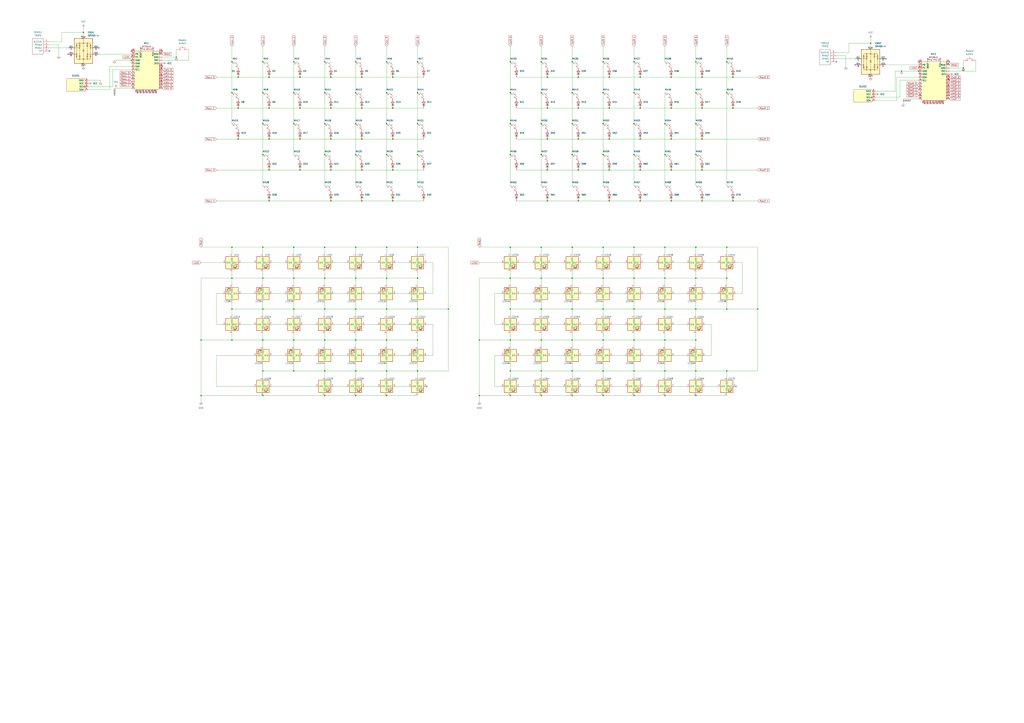
<source format=kicad_sch>
(kicad_sch (version 20230121) (generator eeschema)
  (paper "A1")
  (junction (at 520.7 279.4))
  (junction (at 190.5 50.8))
  (junction (at 444.5 50.8))
  (junction (at 190.5 228.6))
  (junction (at 317.5 304.8))
  (junction (at 342.9 304.8))
  (junction (at 292.1 254))
  (junction (at 195.58 114.3))
  (junction (at 495.3 228.6))
  (junction (at 271.78 88.9))
  (junction (at 546.1 101.6))
  (junction (at 107.95 49.53))
  (junction (at 469.9 101.6))
  (junction (at 215.9 254))
  (junction (at 449.58 139.7))
  (junction (at 292.1 304.8))
  (junction (at 292.1 279.4))
  (junction (at 190.5 76.2))
  (junction (at 500.38 88.9))
  (junction (at 266.7 127))
  (junction (at 220.98 165.1))
  (junction (at 317.5 203.2))
  (junction (at 571.5 203.2))
  (junction (at 342.9 127))
  (junction (at 241.3 304.8))
  (junction (at 474.98 88.9))
  (junction (at 297.18 63.5))
  (junction (at 215.9 304.8))
  (junction (at 525.78 114.3))
  (junction (at 551.18 63.5))
  (junction (at 576.58 114.3))
  (junction (at 419.1 50.8))
  (junction (at 215.9 325.12))
  (junction (at 601.98 88.9))
  (junction (at 596.9 203.2))
  (junction (at 551.18 114.3))
  (junction (at 165.1 279.4))
  (junction (at 576.58 165.1))
  (junction (at 571.5 228.6))
  (junction (at 520.7 325.12))
  (junction (at 754.38 58.42))
  (junction (at 444.5 127))
  (junction (at 596.9 254))
  (junction (at 241.3 50.8))
  (junction (at 246.38 88.9))
  (junction (at 292.1 76.2))
  (junction (at 444.5 76.2))
  (junction (at 576.58 139.7))
  (junction (at 449.58 165.1))
  (junction (at 322.58 114.3))
  (junction (at 474.98 139.7))
  (junction (at 241.3 203.2))
  (junction (at 520.7 304.8))
  (junction (at 419.1 101.6))
  (junction (at 317.5 325.12))
  (junction (at 342.9 203.2))
  (junction (at 520.7 76.2))
  (junction (at 322.58 88.9))
  (junction (at 266.7 279.4))
  (junction (at 546.1 127))
  (junction (at 144.78 46.99))
  (junction (at 292.1 127))
  (junction (at 571.5 325.12))
  (junction (at 449.58 63.5))
  (junction (at 469.9 304.8))
  (junction (at 469.9 203.2))
  (junction (at 220.98 88.9))
  (junction (at 241.3 254))
  (junction (at 525.78 139.7))
  (junction (at 571.5 254))
  (junction (at 500.38 63.5))
  (junction (at 444.5 101.6))
  (junction (at 546.1 254))
  (junction (at 215.9 203.2))
  (junction (at 419.1 304.8))
  (junction (at 449.58 114.3))
  (junction (at 571.5 101.6))
  (junction (at 266.7 304.8))
  (junction (at 190.5 203.2))
  (junction (at 525.78 63.5))
  (junction (at 520.7 203.2))
  (junction (at 317.5 127))
  (junction (at 220.98 63.5))
  (junction (at 546.1 325.12))
  (junction (at 292.1 50.8))
  (junction (at 551.18 165.1))
  (junction (at 525.78 88.9))
  (junction (at 266.7 50.8))
  (junction (at 246.38 114.3))
  (junction (at 165.1 325.12))
  (junction (at 791.21 55.88))
  (junction (at 266.7 76.2))
  (junction (at 546.1 228.6))
  (junction (at 266.7 254))
  (junction (at 317.5 228.6))
  (junction (at 292.1 101.6))
  (junction (at 449.58 88.9))
  (junction (at 551.18 139.7))
  (junction (at 297.18 139.7))
  (junction (at 266.7 203.2))
  (junction (at 271.78 165.1))
  (junction (at 241.3 76.2))
  (junction (at 241.3 101.6))
  (junction (at 317.5 279.4))
  (junction (at 495.3 203.2))
  (junction (at 469.9 279.4))
  (junction (at 317.5 50.8))
  (junction (at 342.9 228.6))
  (junction (at 215.9 101.6))
  (junction (at 495.3 50.8))
  (junction (at 500.38 165.1))
  (junction (at 495.3 279.4))
  (junction (at 322.58 139.7))
  (junction (at 190.5 279.4))
  (junction (at 495.3 254))
  (junction (at 342.9 50.8))
  (junction (at 444.5 254))
  (junction (at 576.58 63.5))
  (junction (at 297.18 114.3))
  (junction (at 571.5 76.2))
  (junction (at 342.9 101.6))
  (junction (at 601.98 63.5))
  (junction (at 220.98 139.7))
  (junction (at 292.1 325.12))
  (junction (at 601.98 165.1))
  (junction (at 469.9 254))
  (junction (at 266.7 101.6))
  (junction (at 393.7 325.12))
  (junction (at 469.9 50.8))
  (junction (at 495.3 101.6))
  (junction (at 195.58 63.5))
  (junction (at 342.9 254))
  (junction (at 419.1 76.2))
  (junction (at 495.3 76.2))
  (junction (at 266.7 228.6))
  (junction (at 596.9 304.8))
  (junction (at 546.1 203.2))
  (junction (at 215.9 228.6))
  (junction (at 215.9 50.8))
  (junction (at 520.7 228.6))
  (junction (at 215.9 279.4))
  (junction (at 500.38 139.7))
  (junction (at 271.78 63.5))
  (junction (at 596.9 50.8))
  (junction (at 195.58 88.9))
  (junction (at 297.18 165.1))
  (junction (at 317.5 76.2))
  (junction (at 419.1 254))
  (junction (at 444.5 203.2))
  (junction (at 551.18 88.9))
  (junction (at 469.9 325.12))
  (junction (at 297.18 88.9))
  (junction (at 444.5 304.8))
  (junction (at 571.5 127))
  (junction (at 571.5 279.4))
  (junction (at 525.78 165.1))
  (junction (at 546.1 304.8))
  (junction (at 368.3 254))
  (junction (at 444.5 279.4))
  (junction (at 474.98 63.5))
  (junction (at 68.58 26.67))
  (junction (at 215.9 127))
  (junction (at 419.1 325.12))
  (junction (at 444.5 325.12))
  (junction (at 271.78 139.7))
  (junction (at 266.7 325.12))
  (junction (at 322.58 63.5))
  (junction (at 419.1 203.2))
  (junction (at 622.3 254))
  (junction (at 419.1 228.6))
  (junction (at 474.98 165.1))
  (junction (at 500.38 114.3))
  (junction (at 393.7 279.4))
  (junction (at 546.1 279.4))
  (junction (at 469.9 228.6))
  (junction (at 419.1 127))
  (junction (at 271.78 114.3))
  (junction (at 596.9 228.6))
  (junction (at 317.5 101.6))
  (junction (at 190.5 254))
  (junction (at 220.98 114.3))
  (junction (at 474.98 114.3))
  (junction (at 317.5 254))
  (junction (at 520.7 101.6))
  (junction (at 419.1 279.4))
  (junction (at 246.38 139.7))
  (junction (at 241.3 228.6))
  (junction (at 520.7 254))
  (junction (at 596.9 76.2))
  (junction (at 246.38 63.5))
  (junction (at 715.01 35.56))
  (junction (at 292.1 228.6))
  (junction (at 740.41 58.42))
  (junction (at 342.9 76.2))
  (junction (at 469.9 127))
  (junction (at 576.58 88.9))
  (junction (at 292.1 203.2))
  (junction (at 469.9 76.2))
  (junction (at 571.5 304.8))
  (junction (at 322.58 165.1))
  (junction (at 495.3 127))
  (junction (at 495.3 304.8))
  (junction (at 444.5 228.6))
  (junction (at 215.9 76.2))
  (junction (at 520.7 50.8))
  (junction (at 241.3 279.4))
  (junction (at 520.7 127))
  (junction (at 495.3 325.12))
  (junction (at 571.5 50.8))
  (junction (at 342.9 279.4))
  (no_connect (at 55.88 44.45))
  (no_connect (at 113.03 76.2))
  (no_connect (at 767.08 85.09))
  (no_connect (at 769.62 85.09))
  (no_connect (at 774.7 85.09))
  (no_connect (at 762 85.09))
  (no_connect (at 762 48.26))
  (no_connect (at 81.28 39.37))
  (no_connect (at 133.35 54.61))
  (no_connect (at 128.27 76.2))
  (no_connect (at 115.57 76.2))
  (no_connect (at 727.71 48.26))
  (no_connect (at 120.65 76.2))
  (no_connect (at 350.52 317.5))
  (no_connect (at 125.73 39.37))
  (no_connect (at 702.31 53.34))
  (no_connect (at 772.16 85.09))
  (no_connect (at 772.16 48.26))
  (no_connect (at 40.64 41.91))
  (no_connect (at 779.78 50.8))
  (no_connect (at 125.73 76.2))
  (no_connect (at 754.38 50.8))
  (no_connect (at 759.46 85.09))
  (no_connect (at 687.07 50.8))
  (no_connect (at 118.11 76.2))
  (no_connect (at 115.57 39.37))
  (no_connect (at 764.54 85.09))
  (no_connect (at 133.35 41.91))
  (no_connect (at 107.95 41.91))
  (no_connect (at 123.19 76.2))
  (no_connect (at 604.52 317.5))
  (wire (pts (xy 571.5 248.92) (xy 571.5 254)))
  (wire (pts (xy 50.8 26.67) (xy 68.58 26.67)))
  (wire (pts (xy 342.9 38.1) (xy 342.9 50.8)))
  (wire (pts (xy 596.9 223.52) (xy 596.9 228.6)))
  (wire (pts (xy 419.1 228.6) (xy 419.1 233.68)))
  (wire (pts (xy 215.9 279.4) (xy 215.9 284.48)))
  (wire (pts (xy 241.3 50.8) (xy 241.3 76.2)))
  (wire (pts (xy 546.1 101.6) (xy 546.1 127)))
  (wire (pts (xy 154.94 49.53) (xy 154.94 40.64)))
  (wire (pts (xy 190.5 203.2) (xy 190.5 208.28)))
  (wire (pts (xy 419.1 76.2) (xy 419.1 101.6)))
  (wire (pts (xy 419.1 203.2) (xy 419.1 208.28)))
  (wire (pts (xy 596.9 50.8) (xy 596.9 76.2)))
  (wire (pts (xy 322.58 114.3) (xy 347.98 114.3)))
  (wire (pts (xy 571.5 254) (xy 596.9 254)))
  (wire (pts (xy 266.7 325.12) (xy 292.1 325.12)))
  (wire (pts (xy 325.12 215.9) (xy 335.28 215.9)))
  (wire (pts (xy 502.92 292.1) (xy 513.08 292.1)))
  (wire (pts (xy 317.5 101.6) (xy 317.5 127)))
  (wire (pts (xy 551.18 165.1) (xy 576.58 165.1)))
  (wire (pts (xy 215.9 254) (xy 215.9 259.08)))
  (wire (pts (xy 223.52 317.5) (xy 259.08 317.5)))
  (wire (pts (xy 449.58 63.5) (xy 474.98 63.5)))
  (wire (pts (xy 520.7 228.6) (xy 546.1 228.6)))
  (wire (pts (xy 579.12 241.3) (xy 589.28 241.3)))
  (wire (pts (xy 266.7 223.52) (xy 266.7 228.6)))
  (wire (pts (xy 342.9 76.2) (xy 342.9 101.6)))
  (wire (pts (xy 444.5 274.32) (xy 444.5 279.4)))
  (wire (pts (xy 495.3 279.4) (xy 520.7 279.4)))
  (wire (pts (xy 48.26 36.83) (xy 48.26 45.72)))
  (wire (pts (xy 406.4 292.1) (xy 406.4 317.5)))
  (wire (pts (xy 495.3 203.2) (xy 520.7 203.2)))
  (wire (pts (xy 735.33 58.42) (xy 740.41 58.42)))
  (wire (pts (xy 791.21 55.88) (xy 779.78 55.88)))
  (wire (pts (xy 72.39 73.66) (xy 90.17 73.66)))
  (wire (pts (xy 546.1 254) (xy 571.5 254)))
  (wire (pts (xy 469.9 127) (xy 469.9 152.4)))
  (wire (pts (xy 165.1 325.12) (xy 165.1 330.2)))
  (wire (pts (xy 500.38 63.5) (xy 525.78 63.5)))
  (wire (pts (xy 495.3 279.4) (xy 495.3 284.48)))
  (wire (pts (xy 477.52 215.9) (xy 487.68 215.9)))
  (wire (pts (xy 82.55 67.31) (xy 82.55 66.04)))
  (wire (pts (xy 495.3 223.52) (xy 495.3 228.6)))
  (wire (pts (xy 495.3 76.2) (xy 495.3 101.6)))
  (wire (pts (xy 393.7 325.12) (xy 419.1 325.12)))
  (wire (pts (xy 469.9 325.12) (xy 495.3 325.12)))
  (wire (pts (xy 406.4 241.3) (xy 406.4 266.7)))
  (wire (pts (xy 223.52 292.1) (xy 233.68 292.1)))
  (wire (pts (xy 292.1 228.6) (xy 317.5 228.6)))
  (wire (pts (xy 411.48 241.3) (xy 406.4 241.3)))
  (wire (pts (xy 546.1 223.52) (xy 546.1 228.6)))
  (wire (pts (xy 469.9 299.72) (xy 469.9 304.8)))
  (wire (pts (xy 622.3 254) (xy 622.3 304.8)))
  (wire (pts (xy 596.9 304.8) (xy 622.3 304.8)))
  (wire (pts (xy 266.7 203.2) (xy 266.7 208.28)))
  (wire (pts (xy 325.12 292.1) (xy 335.28 292.1)))
  (wire (pts (xy 317.5 304.8) (xy 317.5 309.88)))
  (wire (pts (xy 520.7 304.8) (xy 520.7 309.88)))
  (wire (pts (xy 419.1 279.4) (xy 444.5 279.4)))
  (wire (pts (xy 292.1 203.2) (xy 292.1 208.28)))
  (wire (pts (xy 520.7 325.12) (xy 546.1 325.12)))
  (wire (pts (xy 474.98 63.5) (xy 500.38 63.5)))
  (wire (pts (xy 739.14 80.01) (xy 739.14 66.04)))
  (wire (pts (xy 444.5 101.6) (xy 444.5 127)))
  (wire (pts (xy 317.5 279.4) (xy 342.9 279.4)))
  (wire (pts (xy 596.9 76.2) (xy 596.9 152.4)))
  (wire (pts (xy 50.8 34.29) (xy 50.8 26.67)))
  (wire (pts (xy 444.5 223.52) (xy 444.5 228.6)))
  (wire (pts (xy 90.17 54.61) (xy 107.95 54.61)))
  (wire (pts (xy 292.1 203.2) (xy 317.5 203.2)))
  (wire (pts (xy 317.5 274.32) (xy 317.5 279.4)))
  (wire (pts (xy 474.98 114.3) (xy 500.38 114.3)))
  (wire (pts (xy 495.3 254) (xy 520.7 254)))
  (wire (pts (xy 571.5 50.8) (xy 571.5 76.2)))
  (wire (pts (xy 292.1 279.4) (xy 317.5 279.4)))
  (wire (pts (xy 266.7 304.8) (xy 266.7 309.88)))
  (wire (pts (xy 687.07 45.72) (xy 694.69 45.72)))
  (wire (pts (xy 317.5 254) (xy 292.1 254)))
  (wire (pts (xy 546.1 76.2) (xy 546.1 101.6)))
  (wire (pts (xy 449.58 114.3) (xy 474.98 114.3)))
  (wire (pts (xy 424.18 114.3) (xy 449.58 114.3)))
  (wire (pts (xy 215.9 254) (xy 190.5 254)))
  (wire (pts (xy 444.5 248.92) (xy 444.5 254)))
  (wire (pts (xy 477.52 292.1) (xy 487.68 292.1)))
  (wire (pts (xy 525.78 165.1) (xy 551.18 165.1)))
  (wire (pts (xy 477.52 266.7) (xy 487.68 266.7)))
  (wire (pts (xy 452.12 317.5) (xy 462.28 317.5)))
  (wire (pts (xy 241.3 203.2) (xy 266.7 203.2)))
  (wire (pts (xy 444.5 203.2) (xy 469.9 203.2)))
  (wire (pts (xy 474.98 88.9) (xy 500.38 88.9)))
  (wire (pts (xy 266.7 279.4) (xy 292.1 279.4)))
  (wire (pts (xy 419.1 279.4) (xy 419.1 284.48)))
  (wire (pts (xy 215.9 304.8) (xy 215.9 309.88)))
  (wire (pts (xy 469.9 203.2) (xy 469.9 208.28)))
  (wire (pts (xy 469.9 304.8) (xy 469.9 309.88)))
  (wire (pts (xy 697.23 43.18) (xy 697.23 35.56)))
  (wire (pts (xy 469.9 279.4) (xy 469.9 284.48)))
  (wire (pts (xy 495.3 101.6) (xy 495.3 127)))
  (wire (pts (xy 469.9 248.92) (xy 469.9 254)))
  (wire (pts (xy 571.5 76.2) (xy 571.5 101.6)))
  (wire (pts (xy 248.92 241.3) (xy 259.08 241.3)))
  (wire (pts (xy 474.98 139.7) (xy 500.38 139.7)))
  (wire (pts (xy 525.78 139.7) (xy 551.18 139.7)))
  (wire (pts (xy 546.1 304.8) (xy 546.1 309.88)))
  (wire (pts (xy 223.52 215.9) (xy 233.68 215.9)))
  (wire (pts (xy 317.5 127) (xy 317.5 152.4)))
  (wire (pts (xy 469.9 223.52) (xy 469.9 228.6)))
  (wire (pts (xy 317.5 223.52) (xy 317.5 228.6)))
  (wire (pts (xy 406.4 266.7) (xy 411.48 266.7)))
  (wire (pts (xy 609.6 215.9) (xy 609.6 241.3)))
  (wire (pts (xy 266.7 101.6) (xy 266.7 127)))
  (wire (pts (xy 241.3 228.6) (xy 266.7 228.6)))
  (wire (pts (xy 342.9 254) (xy 368.3 254)))
  (wire (pts (xy 739.14 66.04) (xy 754.38 66.04)))
  (wire (pts (xy 495.3 38.1) (xy 495.3 50.8)))
  (wire (pts (xy 215.9 274.32) (xy 215.9 279.4)))
  (wire (pts (xy 571.5 203.2) (xy 596.9 203.2)))
  (wire (pts (xy 553.72 292.1) (xy 563.88 292.1)))
  (wire (pts (xy 198.12 266.7) (xy 208.28 266.7)))
  (wire (pts (xy 190.5 203.2) (xy 215.9 203.2)))
  (wire (pts (xy 215.9 325.12) (xy 266.7 325.12)))
  (wire (pts (xy 198.12 241.3) (xy 208.28 241.3)))
  (wire (pts (xy 299.72 292.1) (xy 309.88 292.1)))
  (wire (pts (xy 266.7 299.72) (xy 266.7 304.8)))
  (wire (pts (xy 584.2 266.7) (xy 584.2 292.1)))
  (wire (pts (xy 342.9 299.72) (xy 342.9 304.8)))
  (wire (pts (xy 241.3 38.1) (xy 241.3 50.8)))
  (wire (pts (xy 495.3 228.6) (xy 520.7 228.6)))
  (wire (pts (xy 198.12 215.9) (xy 208.28 215.9)))
  (wire (pts (xy 754.38 81.28) (xy 741.68 81.28)))
  (wire (pts (xy 444.5 228.6) (xy 469.9 228.6)))
  (wire (pts (xy 297.18 114.3) (xy 322.58 114.3)))
  (wire (pts (xy 241.3 101.6) (xy 241.3 127)))
  (wire (pts (xy 520.7 223.52) (xy 520.7 228.6)))
  (wire (pts (xy 81.28 44.45) (xy 107.95 44.45)))
  (wire (pts (xy 292.1 254) (xy 266.7 254)))
  (wire (pts (xy 195.58 114.3) (xy 220.98 114.3)))
  (wire (pts (xy 317.5 203.2) (xy 317.5 208.28)))
  (wire (pts (xy 342.9 50.8) (xy 342.9 76.2)))
  (wire (pts (xy 165.1 325.12) (xy 215.9 325.12)))
  (wire (pts (xy 424.18 63.5) (xy 449.58 63.5)))
  (wire (pts (xy 571.5 254) (xy 571.5 259.08)))
  (wire (pts (xy 596.9 254) (xy 622.3 254)))
  (wire (pts (xy 452.12 292.1) (xy 462.28 292.1)))
  (wire (pts (xy 292.1 223.52) (xy 292.1 228.6)))
  (wire (pts (xy 449.58 88.9) (xy 474.98 88.9)))
  (wire (pts (xy 325.12 241.3) (xy 335.28 241.3)))
  (wire (pts (xy 292.1 101.6) (xy 292.1 127)))
  (wire (pts (xy 426.72 292.1) (xy 436.88 292.1)))
  (wire (pts (xy 292.1 76.2) (xy 292.1 101.6)))
  (wire (pts (xy 107.95 72.39) (xy 95.25 72.39)))
  (wire (pts (xy 266.7 38.1) (xy 266.7 50.8)))
  (wire (pts (xy 419.1 203.2) (xy 444.5 203.2)))
  (wire (pts (xy 266.7 279.4) (xy 266.7 284.48)))
  (wire (pts (xy 449.58 139.7) (xy 474.98 139.7)))
  (wire (pts (xy 469.9 76.2) (xy 469.9 101.6)))
  (wire (pts (xy 266.7 203.2) (xy 292.1 203.2)))
  (wire (pts (xy 520.7 76.2) (xy 520.7 101.6)))
  (wire (pts (xy 350.52 215.9) (xy 355.6 215.9)))
  (wire (pts (xy 495.3 248.92) (xy 495.3 254)))
  (wire (pts (xy 596.9 248.92) (xy 596.9 254)))
  (wire (pts (xy 424.18 139.7) (xy 449.58 139.7)))
  (wire (pts (xy 292.1 38.1) (xy 292.1 50.8)))
  (wire (pts (xy 520.7 279.4) (xy 546.1 279.4)))
  (wire (pts (xy 342.9 127) (xy 342.9 152.4)))
  (wire (pts (xy 246.38 63.5) (xy 271.78 63.5)))
  (wire (pts (xy 165.1 228.6) (xy 190.5 228.6)))
  (wire (pts (xy 177.8 114.3) (xy 195.58 114.3)))
  (wire (pts (xy 215.9 248.92) (xy 215.9 254)))
  (wire (pts (xy 500.38 165.1) (xy 525.78 165.1)))
  (wire (pts (xy 444.5 38.1) (xy 444.5 50.8)))
  (wire (pts (xy 274.32 292.1) (xy 284.48 292.1)))
  (wire (pts (xy 144.78 46.99) (xy 133.35 46.99)))
  (wire (pts (xy 528.32 241.3) (xy 538.48 241.3)))
  (wire (pts (xy 177.8 317.5) (xy 208.28 317.5)))
  (wire (pts (xy 571.5 325.12) (xy 596.9 325.12)))
  (wire (pts (xy 584.2 292.1) (xy 579.12 292.1)))
  (wire (pts (xy 393.7 325.12) (xy 393.7 330.2)))
  (wire (pts (xy 601.98 63.5) (xy 622.3 63.5)))
  (wire (pts (xy 546.1 254) (xy 546.1 259.08)))
  (wire (pts (xy 215.9 299.72) (xy 215.9 304.8)))
  (wire (pts (xy 246.38 88.9) (xy 271.78 88.9)))
  (wire (pts (xy 444.5 279.4) (xy 469.9 279.4)))
  (wire (pts (xy 546.1 279.4) (xy 571.5 279.4)))
  (wire (pts (xy 419.1 248.92) (xy 419.1 254)))
  (wire (pts (xy 40.64 36.83) (xy 48.26 36.83)))
  (wire (pts (xy 190.5 50.8) (xy 190.5 76.2)))
  (wire (pts (xy 469.9 38.1) (xy 469.9 50.8)))
  (wire (pts (xy 426.72 266.7) (xy 436.88 266.7)))
  (wire (pts (xy 248.92 215.9) (xy 259.08 215.9)))
  (wire (pts (xy 596.9 203.2) (xy 622.3 203.2)))
  (wire (pts (xy 551.18 114.3) (xy 576.58 114.3)))
  (wire (pts (xy 571.5 304.8) (xy 571.5 309.88)))
  (wire (pts (xy 520.7 101.6) (xy 520.7 127)))
  (wire (pts (xy 266.7 254) (xy 241.3 254)))
  (wire (pts (xy 469.9 279.4) (xy 495.3 279.4)))
  (wire (pts (xy 190.5 228.6) (xy 215.9 228.6)))
  (wire (pts (xy 271.78 63.5) (xy 297.18 63.5)))
  (wire (pts (xy 469.9 254) (xy 469.9 259.08)))
  (wire (pts (xy 271.78 88.9) (xy 297.18 88.9)))
  (wire (pts (xy 444.5 304.8) (xy 469.9 304.8)))
  (wire (pts (xy 740.41 58.42) (xy 754.38 58.42)))
  (wire (pts (xy 165.1 203.2) (xy 190.5 203.2)))
  (wire (pts (xy 551.18 63.5) (xy 576.58 63.5)))
  (wire (pts (xy 525.78 114.3) (xy 551.18 114.3)))
  (wire (pts (xy 553.72 215.9) (xy 563.88 215.9)))
  (wire (pts (xy 342.9 101.6) (xy 342.9 127)))
  (wire (pts (xy 215.9 228.6) (xy 215.9 233.68)))
  (wire (pts (xy 502.92 215.9) (xy 513.08 215.9)))
  (wire (pts (xy 274.32 241.3) (xy 284.48 241.3)))
  (wire (pts (xy 546.1 127) (xy 546.1 152.4)))
  (wire (pts (xy 546.1 203.2) (xy 546.1 208.28)))
  (wire (pts (xy 571.5 274.32) (xy 571.5 279.4)))
  (wire (pts (xy 40.64 34.29) (xy 50.8 34.29)))
  (wire (pts (xy 215.9 127) (xy 215.9 152.4)))
  (wire (pts (xy 419.1 299.72) (xy 419.1 304.8)))
  (wire (pts (xy 297.18 165.1) (xy 322.58 165.1)))
  (wire (pts (xy 72.39 71.12) (xy 92.71 71.12)))
  (wire (pts (xy 177.8 88.9) (xy 195.58 88.9)))
  (wire (pts (xy 546.1 38.1) (xy 546.1 50.8)))
  (wire (pts (xy 601.98 165.1) (xy 622.3 165.1)))
  (wire (pts (xy 266.7 127) (xy 266.7 152.4)))
  (wire (pts (xy 452.12 215.9) (xy 462.28 215.9)))
  (wire (pts (xy 495.3 274.32) (xy 495.3 279.4)))
  (wire (pts (xy 317.5 203.2) (xy 342.9 203.2)))
  (wire (pts (xy 292.1 248.92) (xy 292.1 254)))
  (wire (pts (xy 477.52 241.3) (xy 487.68 241.3)))
  (wire (pts (xy 393.7 228.6) (xy 419.1 228.6)))
  (wire (pts (xy 241.3 254) (xy 215.9 254)))
  (wire (pts (xy 687.07 48.26) (xy 702.31 48.26)))
  (wire (pts (xy 718.82 80.01) (xy 739.14 80.01)))
  (wire (pts (xy 177.8 139.7) (xy 220.98 139.7)))
  (wire (pts (xy 791.21 49.53) (xy 791.21 55.88)))
  (wire (pts (xy 571.5 223.52) (xy 571.5 228.6)))
  (wire (pts (xy 342.9 254) (xy 342.9 259.08)))
  (wire (pts (xy 718.82 74.93) (xy 735.33 74.93)))
  (wire (pts (xy 342.9 279.4) (xy 342.9 284.48)))
  (wire (pts (xy 502.92 266.7) (xy 513.08 266.7)))
  (wire (pts (xy 419.1 325.12) (xy 444.5 325.12)))
  (wire (pts (xy 520.7 279.4) (xy 520.7 284.48)))
  (wire (pts (xy 718.82 82.55) (xy 736.6 82.55)))
  (wire (pts (xy 241.3 203.2) (xy 241.3 208.28)))
  (wire (pts (xy 469.9 228.6) (xy 495.3 228.6)))
  (wire (pts (xy 495.3 254) (xy 495.3 259.08)))
  (wire (pts (xy 220.98 114.3) (xy 246.38 114.3)))
  (wire (pts (xy 419.1 223.52) (xy 419.1 228.6)))
  (wire (pts (xy 393.7 203.2) (xy 419.1 203.2)))
  (wire (pts (xy 469.9 274.32) (xy 469.9 279.4)))
  (wire (pts (xy 246.38 114.3) (xy 271.78 114.3)))
  (wire (pts (xy 241.3 274.32) (xy 241.3 279.4)))
  (wire (pts (xy 92.71 57.15) (xy 107.95 57.15)))
  (wire (pts (xy 355.6 266.7) (xy 355.6 292.1)))
  (wire (pts (xy 266.7 274.32) (xy 266.7 279.4)))
  (wire (pts (xy 735.33 74.93) (xy 735.33 58.42)))
  (wire (pts (xy 220.98 63.5) (xy 246.38 63.5)))
  (wire (pts (xy 571.5 299.72) (xy 571.5 304.8)))
  (wire (pts (xy 604.52 215.9) (xy 609.6 215.9)))
  (wire (pts (xy 215.9 38.1) (xy 215.9 50.8)))
  (wire (pts (xy 266.7 228.6) (xy 266.7 233.68)))
  (wire (pts (xy 469.9 101.6) (xy 469.9 127)))
  (wire (pts (xy 342.9 203.2) (xy 342.9 208.28)))
  (wire (pts (xy 419.1 279.4) (xy 393.7 279.4)))
  (wire (pts (xy 350.52 266.7) (xy 355.6 266.7)))
  (wire (pts (xy 546.1 228.6) (xy 571.5 228.6)))
  (wire (pts (xy 546.1 274.32) (xy 546.1 279.4)))
  (wire (pts (xy 342.9 248.92) (xy 342.9 254)))
  (wire (pts (xy 266.7 248.92) (xy 266.7 254)))
  (wire (pts (xy 195.58 63.5) (xy 220.98 63.5)))
  (wire (pts (xy 223.52 241.3) (xy 233.68 241.3)))
  (wire (pts (xy 342.9 203.2) (xy 368.3 203.2)))
  (wire (pts (xy 551.18 139.7) (xy 576.58 139.7)))
  (wire (pts (xy 215.9 223.52) (xy 215.9 228.6)))
  (wire (pts (xy 801.37 58.42) (xy 801.37 49.53)))
  (wire (pts (xy 190.5 279.4) (xy 165.1 279.4)))
  (wire (pts (xy 546.1 248.92) (xy 546.1 254)))
  (wire (pts (xy 520.7 254) (xy 520.7 259.08)))
  (wire (pts (xy 596.9 203.2) (xy 596.9 208.28)))
  (wire (pts (xy 322.58 88.9) (xy 347.98 88.9)))
  (wire (pts (xy 495.3 325.12) (xy 520.7 325.12)))
  (wire (pts (xy 317.5 50.8) (xy 317.5 76.2)))
  (wire (pts (xy 474.98 165.1) (xy 500.38 165.1)))
  (wire (pts (xy 299.72 266.7) (xy 309.88 266.7)))
  (wire (pts (xy 322.58 63.5) (xy 347.98 63.5)))
  (wire (pts (xy 687.07 43.18) (xy 697.23 43.18)))
  (wire (pts (xy 241.3 279.4) (xy 241.3 284.48)))
  (wire (pts (xy 520.7 228.6) (xy 520.7 233.68)))
  (wire (pts (xy 469.9 304.8) (xy 495.3 304.8)))
  (wire (pts (xy 571.5 101.6) (xy 571.5 127)))
  (wire (pts (xy 246.38 139.7) (xy 271.78 139.7)))
  (wire (pts (xy 452.12 241.3) (xy 462.28 241.3)))
  (wire (pts (xy 317.5 325.12) (xy 342.9 325.12)))
  (wire (pts (xy 368.3 254) (xy 368.3 203.2)))
  (wire (pts (xy 241.3 279.4) (xy 266.7 279.4)))
  (wire (pts (xy 553.72 266.7) (xy 563.88 266.7)))
  (wire (pts (xy 419.1 304.8) (xy 419.1 309.88)))
  (wire (pts (xy 520.7 38.1) (xy 520.7 50.8)))
  (wire (pts (xy 411.48 292.1) (xy 406.4 292.1)))
  (wire (pts (xy 393.7 215.9) (xy 411.48 215.9)))
  (wire (pts (xy 444.5 76.2) (xy 444.5 101.6)))
  (wire (pts (xy 406.4 317.5) (xy 411.48 317.5)))
  (wire (pts (xy 317.5 228.6) (xy 342.9 228.6)))
  (wire (pts (xy 579.12 215.9) (xy 589.28 215.9)))
  (wire (pts (xy 520.7 299.72) (xy 520.7 304.8)))
  (wire (pts (xy 274.32 317.5) (xy 284.48 317.5)))
  (wire (pts (xy 579.12 317.5) (xy 589.28 317.5)))
  (wire (pts (xy 317.5 254) (xy 342.9 254)))
  (wire (pts (xy 495.3 304.8) (xy 495.3 309.88)))
  (wire (pts (xy 546.1 299.72) (xy 546.1 304.8)))
  (wire (pts (xy 727.71 53.34) (xy 754.38 53.34)))
  (wire (pts (xy 317.5 38.1) (xy 317.5 50.8)))
  (wire (pts (xy 355.6 241.3) (xy 350.52 241.3)))
  (wire (pts (xy 317.5 248.92) (xy 317.5 254)))
  (wire (pts (xy 520.7 254) (xy 546.1 254)))
  (wire (pts (xy 107.95 49.53) (xy 107.95 52.07)))
  (wire (pts (xy 241.3 299.72) (xy 241.3 304.8)))
  (wire (pts (xy 520.7 203.2) (xy 546.1 203.2)))
  (wire (pts (xy 419.1 228.6) (xy 444.5 228.6)))
  (wire (pts (xy 220.98 139.7) (xy 246.38 139.7)))
  (wire (pts (xy 601.98 88.9) (xy 622.3 88.9)))
  (wire (pts (xy 144.78 40.64) (xy 144.78 46.99)))
  (wire (pts (xy 68.58 22.86) (xy 68.58 26.67)))
  (wire (pts (xy 355.6 292.1) (xy 350.52 292.1)))
  (wire (pts (xy 444.5 254) (xy 444.5 259.08)))
  (wire (pts (xy 241.3 223.52) (xy 241.3 228.6)))
  (wire (pts (xy 271.78 139.7) (xy 297.18 139.7)))
  (wire (pts (xy 220.98 88.9) (xy 246.38 88.9)))
  (wire (pts (xy 317.5 299.72) (xy 317.5 304.8)))
  (wire (pts (xy 92.71 71.12) (xy 92.71 57.15)))
  (wire (pts (xy 576.58 88.9) (xy 601.98 88.9)))
  (wire (pts (xy 177.8 165.1) (xy 220.98 165.1)))
  (wire (pts (xy 500.38 88.9) (xy 525.78 88.9)))
  (wire (pts (xy 444.5 50.8) (xy 444.5 76.2)))
  (wire (pts (xy 419.1 274.32) (xy 419.1 279.4)))
  (wire (pts (xy 444.5 299.72) (xy 444.5 304.8)))
  (wire (pts (xy 546.1 279.4) (xy 546.1 284.48)))
  (wire (pts (xy 271.78 114.3) (xy 297.18 114.3)))
  (wire (pts (xy 317.5 228.6) (xy 317.5 233.68)))
  (wire (pts (xy 426.72 215.9) (xy 436.88 215.9)))
  (wire (pts (xy 271.78 165.1) (xy 297.18 165.1)))
  (wire (pts (xy 779.78 58.42) (xy 801.37 58.42)))
  (wire (pts (xy 342.9 228.6) (xy 342.9 233.68)))
  (wire (pts (xy 248.92 292.1) (xy 259.08 292.1)))
  (wire (pts (xy 444.5 304.8) (xy 444.5 309.88)))
  (wire (pts (xy 190.5 38.1) (xy 190.5 50.8)))
  (wire (pts (xy 546.1 228.6) (xy 546.1 233.68)))
  (wire (pts (xy 576.58 63.5) (xy 601.98 63.5)))
  (wire (pts (xy 299.72 317.5) (xy 309.88 317.5)))
  (wire (pts (xy 342.9 223.52) (xy 342.9 228.6)))
  (wire (pts (xy 500.38 114.3) (xy 525.78 114.3)))
  (wire (pts (xy 342.9 304.8) (xy 368.3 304.8)))
  (wire (pts (xy 520.7 248.92) (xy 520.7 254)))
  (wire (pts (xy 299.72 215.9) (xy 309.88 215.9)))
  (wire (pts (xy 165.1 228.6) (xy 165.1 279.4)))
  (wire (pts (xy 520.7 203.2) (xy 520.7 208.28)))
  (wire (pts (xy 208.28 292.1) (xy 177.8 292.1)))
  (wire (pts (xy 190.5 223.52) (xy 190.5 228.6)))
  (wire (pts (xy 697.23 35.56) (xy 715.01 35.56)))
  (wire (pts (xy 190.5 228.6) (xy 190.5 233.68)))
  (wire (pts (xy 248.92 266.7) (xy 259.08 266.7)))
  (wire (pts (xy 419.1 50.8) (xy 419.1 76.2)))
  (wire (pts (xy 40.64 39.37) (xy 55.88 39.37)))
  (wire (pts (xy 596.9 228.6) (xy 596.9 233.68)))
  (wire (pts (xy 528.32 292.1) (xy 538.48 292.1)))
  (wire (pts (xy 190.5 76.2) (xy 190.5 101.6)))
  (wire (pts (xy 93.98 49.53) (xy 107.95 49.53)))
  (wire (pts (xy 317.5 279.4) (xy 317.5 284.48)))
  (wire (pts (xy 182.88 241.3) (xy 177.8 241.3)))
  (wire (pts (xy 495.3 299.72) (xy 495.3 304.8)))
  (wire (pts (xy 241.3 304.8) (xy 266.7 304.8)))
  (wire (pts (xy 297.18 63.5) (xy 322.58 63.5)))
  (wire (pts (xy 452.12 266.7) (xy 462.28 266.7)))
  (wire (pts (xy 190.5 274.32) (xy 190.5 279.4)))
  (wire (pts (xy 68.58 26.67) (xy 68.58 29.21)))
  (wire (pts (xy 449.58 165.1) (xy 474.98 165.1)))
  (wire (pts (xy 571.5 304.8) (xy 596.9 304.8)))
  (wire (pts (xy 215.9 279.4) (xy 241.3 279.4)))
  (wire (pts (xy 292.1 325.12) (xy 317.5 325.12)))
  (wire (pts (xy 292.1 274.32) (xy 292.1 279.4)))
  (wire (pts (xy 579.12 266.7) (xy 584.2 266.7)))
  (wire (pts (xy 177.8 241.3) (xy 177.8 266.7)))
  (wire (pts (xy 609.6 241.3) (xy 604.52 241.3)))
  (wire (pts (xy 299.72 241.3) (xy 309.88 241.3)))
  (wire (pts (xy 266.7 76.2) (xy 266.7 101.6)))
  (wire (pts (xy 419.1 254) (xy 444.5 254)))
  (wire (pts (xy 477.52 317.5) (xy 487.68 317.5)))
  (wire (pts (xy 520.7 274.32) (xy 520.7 279.4)))
  (wire (pts (xy 419.1 101.6) (xy 419.1 127)))
  (wire (pts (xy 528.32 266.7) (xy 538.48 266.7)))
  (wire (pts (xy 266.7 254) (xy 266.7 259.08)))
  (wire (pts (xy 195.58 88.9) (xy 220.98 88.9)))
  (wire (pts (xy 266.7 50.8) (xy 266.7 76.2)))
  (wire (pts (xy 266.7 304.8) (xy 292.1 304.8)))
  (wire (pts (xy 715.01 31.75) (xy 715.01 35.56)))
  (wire (pts (xy 495.3 50.8) (xy 495.3 76.2)))
  (wire (pts (xy 292.1 50.8) (xy 292.1 76.2)))
  (wire (pts (xy 553.72 317.5) (xy 563.88 317.5)))
  (wire (pts (xy 292.1 228.6) (xy 292.1 233.68)))
  (wire (pts (xy 520.7 304.8) (xy 546.1 304.8)))
  (wire (pts (xy 495.3 127) (xy 495.3 152.4)))
  (wire (pts (xy 553.72 241.3) (xy 563.88 241.3)))
  (wire (pts (xy 215.9 50.8) (xy 215.9 76.2)))
  (wire (pts (xy 424.18 165.1) (xy 449.58 165.1)))
  (wire (pts (xy 525.78 88.9) (xy 551.18 88.9)))
  (wire (pts (xy 292.1 304.8) (xy 317.5 304.8)))
  (wire (pts (xy 241.3 254) (xy 241.3 259.08)))
  (wire (pts (xy 133.35 49.53) (xy 154.94 49.53)))
  (wire (pts (xy 297.18 139.7) (xy 322.58 139.7)))
  (wire (pts (xy 520.7 127) (xy 520.7 152.4)))
  (wire (pts (xy 469.9 228.6) (xy 469.9 233.68)))
  (wire (pts (xy 419.1 254) (xy 419.1 259.08)))
  (wire (pts (xy 444.5 127) (xy 444.5 152.4)))
  (wire (pts (xy 419.1 127) (xy 419.1 152.4)))
  (wire (pts (xy 419.1 38.1) (xy 419.1 50.8)))
  (wire (pts (xy 322.58 165.1) (xy 347.98 165.1)))
  (wire (pts (xy 622.3 203.2) (xy 622.3 254)))
  (wire (pts (xy 736.6 63.5) (xy 754.38 63.5)))
  (wire (pts (xy 500.38 139.7) (xy 525.78 139.7)))
  (wire (pts (xy 444.5 254) (xy 469.9 254)))
  (wire (pts (xy 325.12 266.7) (xy 335.28 266.7)))
  (wire (pts (xy 190.5 254) (xy 190.5 259.08)))
  (wire (pts (xy 215.9 203.2) (xy 241.3 203.2)))
  (wire (pts (xy 444.5 279.4) (xy 444.5 284.48)))
  (wire (pts (xy 241.3 228.6) (xy 241.3 233.68)))
  (wire (pts (xy 317.5 76.2) (xy 317.5 101.6)))
  (wire (pts (xy 546.1 304.8) (xy 571.5 304.8)))
  (wire (pts (xy 576.58 165.1) (xy 601.98 165.1)))
  (wire (pts (xy 325.12 317.5) (xy 335.28 317.5)))
  (wire (pts (xy 444.5 228.6) (xy 444.5 233.68)))
  (wire (pts (xy 215.9 101.6) (xy 215.9 127)))
  (wire (pts (xy 424.18 88.9) (xy 449.58 88.9)))
  (wire (pts (xy 292.1 279.4) (xy 292.1 284.48)))
  (wire (pts (xy 292.1 127) (xy 292.1 152.4)))
  (wire (pts (xy 190.5 279.4) (xy 215.9 279.4)))
  (wire (pts (xy 596.9 38.1) (xy 596.9 50.8)))
  (wire (pts (xy 576.58 114.3) (xy 622.3 114.3)))
  (wire (pts (xy 215.9 304.8) (xy 241.3 304.8)))
  (wire (pts (xy 495.3 304.8) (xy 520.7 304.8)))
  (wire (pts (xy 355.6 215.9) (xy 355.6 241.3)))
  (wire (pts (xy 576.58 139.7) (xy 622.3 139.7)))
  (wire (pts (xy 317.5 304.8) (xy 342.9 304.8)))
  (wire (pts (xy 571.5 127) (xy 571.5 152.4)))
  (wire (pts (xy 495.3 228.6) (xy 495.3 233.68)))
  (wire (pts (xy 317.5 254) (xy 317.5 259.08)))
  (wire (pts (xy 393.7 279.4) (xy 393.7 325.12)))
  (wire (pts (xy 223.52 266.7) (xy 233.68 266.7)))
  (wire (pts (xy 426.72 317.5) (xy 436.88 317.5)))
  (wire (pts (xy 177.8 63.5) (xy 195.58 63.5)))
  (wire (pts (xy 528.32 215.9) (xy 538.48 215.9)))
  (wire (pts (xy 419.1 304.8) (xy 444.5 304.8)))
  (wire (pts (xy 322.58 139.7) (xy 347.98 139.7)))
  (wire (pts (xy 241.3 76.2) (xy 241.3 101.6)))
  (wire (pts (xy 736.6 82.55) (xy 736.6 63.5)))
  (wire (pts (xy 274.32 215.9) (xy 284.48 215.9)))
  (wire (pts (xy 426.72 241.3) (xy 436.88 241.3)))
  (wire (pts (xy 469.9 254) (xy 495.3 254)))
  (wire (pts (xy 546.1 325.12) (xy 571.5 325.12)))
  (wire (pts (xy 190.5 248.92) (xy 190.5 254)))
  (wire (pts (xy 571.5 203.2) (xy 571.5 208.28)))
  (wire (pts (xy 502.92 317.5) (xy 513.08 317.5)))
  (wire (pts (xy 546.1 203.2) (xy 571.5 203.2)))
  (wire (pts (xy 469.9 203.2) (xy 495.3 203.2)))
  (wire (pts (xy 297.18 88.9) (xy 322.58 88.9)))
  (wire (pts (xy 525.78 63.5) (xy 551.18 63.5)))
  (wire (pts (xy 342.9 274.32) (xy 342.9 279.4)))
  (wire (pts (xy 165.1 279.4) (xy 165.1 325.12)))
  (wire (pts (xy 215.9 76.2) (xy 215.9 101.6)))
  (wire (pts (xy 741.68 81.28) (xy 741.68 85.09)))
  (wire (pts (xy 571.5 279.4) (xy 571.5 284.48)))
  (wire (pts (xy 393.7 228.6) (xy 393.7 279.4)))
  (wire (pts (xy 551.18 88.9) (xy 576.58 88.9)))
  (wire (pts (xy 220.98 165.1) (xy 271.78 165.1)))
  (wire (pts (xy 571.5 38.1) (xy 571.5 50.8)))
  (wire (pts (xy 571.5 228.6) (xy 571.5 233.68)))
  (wire (pts (xy 444.5 203.2) (xy 444.5 208.28)))
  (wire (pts (xy 165.1 215.9) (xy 182.88 215.9)))
  (wire (pts (xy 274.32 266.7) (xy 284.48 266.7)))
  (wire (pts (xy 90.17 73.66) (xy 90.17 54.61)))
  (wire (pts (xy 528.32 317.5) (xy 538.48 317.5)))
  (wire (pts (xy 715.01 35.56) (xy 715.01 38.1)))
  (wire (pts (xy 292.1 299.72) (xy 292.1 304.8)))
  (wire (pts (xy 502.92 241.3) (xy 513.08 241.3)))
  (wire (pts (xy 177.8 266.7) (xy 182.88 266.7)))
  (wire (pts (xy 694.69 45.72) (xy 694.69 54.61)))
  (wire (pts (xy 571.5 228.6) (xy 596.9 228.6)))
  (wire (pts (xy 292.1 254) (xy 292.1 259.08)))
  (wire (pts (xy 469.9 50.8) (xy 469.9 76.2)))
  (wire (pts (xy 215.9 203.2) (xy 215.9 208.28)))
  (wire (pts (xy 266.7 228.6) (xy 292.1 228.6)))
  (wire (pts (xy 368.3 254) (xy 368.3 304.8)))
  (wire (pts (xy 215.9 228.6) (xy 241.3 228.6)))
  (wire (pts (xy 292.1 304.8) (xy 292.1 309.88)))
  (wire (pts (xy 241.3 248.92) (xy 241.3 254)))
  (wire (pts (xy 342.9 304.8) (xy 342.9 309.88)))
  (wire (pts (xy 520.7 50.8) (xy 520.7 76.2)))
  (wire (pts (xy 596.9 304.8) (xy 596.9 309.88)))
  (wire (pts (xy 444.5 325.12) (xy 469.9 325.12)))
  (wire (pts (xy 177.8 292.1) (xy 177.8 317.5)))
  (wire (pts (xy 82.55 66.04) (xy 72.39 66.04)))
  (wire (pts (xy 754.38 58.42) (xy 754.38 60.96)))
  (wire (pts (xy 495.3 203.2) (xy 495.3 208.28)))
  (label "HAND2" (at 741.68 83.82 0))
  (label "HAND1" (at 95.25 72.39 270))
  (global_label "RowL 2" (shape input) (at 107.95 64.77 180) (property "Intersheetrefs" "${INTERSHEET_REFS}" (effects hide)))
  (global_label "ColR 2" (shape input) (at 469.9 38.1 90) (property "Intersheetrefs" "${INTERSHEET_REFS}" (effects hide)))
  (global_label "ColR 1" (shape input) (at 779.78 66.04 0) (property "Intersheetrefs" "${INTERSHEET_REFS}" (effects hide)))
  (global_label "ColR 3" (shape input) (at 495.3 38.1 90) (property "Intersheetrefs" "${INTERSHEET_REFS}" (effects hide)))
  (global_label "LED2" (shape input) (at 754.38 55.88 180) (property "Intersheetrefs" "${INTERSHEET_REFS}" (effects hide)))
  (global_label "ColR 7" (shape input) (at 779.78 81.28 0) (property "Intersheetrefs" "${INTERSHEET_REFS}" (effects hide)))
  (global_label "ColR 6" (shape input) (at 571.5 38.1 90) (property "Intersheetrefs" "${INTERSHEET_REFS}" (effects hide)))
  (global_label "ColR 5" (shape input) (at 546.1 38.1 90) (property "Intersheetrefs" "${INTERSHEET_REFS}" (effects hide)))
  (global_label "ColL 3" (shape input) (at 266.7 38.1 90) (property "Intersheetrefs" "${INTERSHEET_REFS}" (effects hide)))
  (global_label "RowL 1" (shape input) (at 177.8 88.9 180) (property "Intersheetrefs" "${INTERSHEET_REFS}" (effects hide)))
  (global_label "RowL 4" (shape input) (at 177.8 165.1 180) (property "Intersheetrefs" "${INTERSHEET_REFS}" (effects hide)))
  (global_label "RowR 2" (shape input) (at 622.3 114.3 0) (property "Intersheetrefs" "${INTERSHEET_REFS}" (effects hide)))
  (global_label "RowL 0" (shape input) (at 107.95 59.69 180) (property "Intersheetrefs" "${INTERSHEET_REFS}" (effects hide)))
  (global_label "RowR 4" (shape input) (at 622.3 165.1 0) (property "Intersheetrefs" "${INTERSHEET_REFS}" (effects hide)))
  (global_label "RAW2" (shape input) (at 779.78 53.34 0) (property "Intersheetrefs" "${INTERSHEET_REFS}" (effects hide)))
  (global_label "RowL 2" (shape input) (at 177.8 114.3 180) (property "Intersheetrefs" "${INTERSHEET_REFS}" (effects hide)))
  (global_label "RowL 1" (shape input) (at 107.95 62.23 180) (property "Intersheetrefs" "${INTERSHEET_REFS}" (effects hide)))
  (global_label "RowL 3" (shape input) (at 107.95 67.31 180) (property "Intersheetrefs" "${INTERSHEET_REFS}" (effects hide)))
  (global_label "ColR 3" (shape input) (at 779.78 71.12 0) (property "Intersheetrefs" "${INTERSHEET_REFS}" (effects hide)))
  (global_label "LED1" (shape input) (at 107.95 46.99 180) (property "Intersheetrefs" "${INTERSHEET_REFS}" (effects hide)))
  (global_label "RowR 4" (shape input) (at 754.38 78.74 180) (property "Intersheetrefs" "${INTERSHEET_REFS}" (effects hide)))
  (global_label "ColL 6" (shape input) (at 133.35 72.39 0) (property "Intersheetrefs" "${INTERSHEET_REFS}" (effects hide)))
  (global_label "ColR 4" (shape input) (at 520.7 38.1 90) (property "Intersheetrefs" "${INTERSHEET_REFS}" (effects hide)))
  (global_label "ColR 1" (shape input) (at 444.5 38.1 90) (property "Intersheetrefs" "${INTERSHEET_REFS}" (effects hide)))
  (global_label "RowL 0" (shape input) (at 177.8 63.5 180) (property "Intersheetrefs" "${INTERSHEET_REFS}" (effects hide)))
  (global_label "ColL 2" (shape input) (at 241.3 38.1 90) (property "Intersheetrefs" "${INTERSHEET_REFS}" (effects hide)))
  (global_label "LED1" (shape input) (at 165.1 215.9 180) (property "Intersheetrefs" "${INTERSHEET_REFS}" (effects hide)))
  (global_label "ColR 7" (shape input) (at 596.9 38.1 90) (property "Intersheetrefs" "${INTERSHEET_REFS}" (effects hide)))
  (global_label "RowR 1" (shape input) (at 754.38 71.12 180) (property "Intersheetrefs" "${INTERSHEET_REFS}" (effects hide)))
  (global_label "ColR 6" (shape input) (at 779.78 78.74 0) (property "Intersheetrefs" "${INTERSHEET_REFS}" (effects hide)))
  (global_label "ColL 1" (shape input) (at 215.9 38.1 90) (property "Intersheetrefs" "${INTERSHEET_REFS}" (effects hide)))
  (global_label "ColL 0" (shape input) (at 190.5 38.1 90) (property "Intersheetrefs" "${INTERSHEET_REFS}" (effects hide)))
  (global_label "ColL 5" (shape input) (at 317.5 38.1 90) (property "Intersheetrefs" "${INTERSHEET_REFS}" (effects hide)))
  (global_label "ColL 6" (shape input) (at 342.9 38.1 90) (property "Intersheetrefs" "${INTERSHEET_REFS}" (effects hide)))
  (global_label "RAW1" (shape input) (at 133.35 44.45 0) (property "Intersheetrefs" "${INTERSHEET_REFS}" (effects hide)))
  (global_label "RowR 3" (shape input) (at 622.3 139.7 0) (property "Intersheetrefs" "${INTERSHEET_REFS}" (effects hide)))
  (global_label "ColR 4" (shape input) (at 779.78 73.66 0) (property "Intersheetrefs" "${INTERSHEET_REFS}" (effects hide)))
  (global_label "RowL 3" (shape input) (at 177.8 139.7 180) (property "Intersheetrefs" "${INTERSHEET_REFS}" (effects hide)))
  (global_label "ColL 4" (shape input) (at 292.1 38.1 90) (property "Intersheetrefs" "${INTERSHEET_REFS}" (effects hide)))
  (global_label "ColL 2" (shape input) (at 133.35 62.23 0) (property "Intersheetrefs" "${INTERSHEET_REFS}" (effects hide)))
  (global_label "RowR 0" (shape input) (at 754.38 68.58 180) (property "Intersheetrefs" "${INTERSHEET_REFS}" (effects hide)))
  (global_label "ColL 0" (shape input) (at 133.35 57.15 0) (property "Intersheetrefs" "${INTERSHEET_REFS}" (effects hide)))
  (global_label "ColR 0" (shape input) (at 419.1 38.1 90) (property "Intersheetrefs" "${INTERSHEET_REFS}" (effects hide)))
  (global_label "ColR 5" (shape input) (at 779.78 76.2 0) (property "Intersheetrefs" "${INTERSHEET_REFS}" (effects hide)))
  (global_label "RowR 3" (shape input) (at 754.38 76.2 180) (property "Intersheetrefs" "${INTERSHEET_REFS}" (effects hide)))
  (global_label "RowR 0" (shape input) (at 622.3 63.5 0) (property "Intersheetrefs" "${INTERSHEET_REFS}" (effects hide)))
  (global_label "ColL 5" (shape input) (at 133.35 69.85 0) (property "Intersheetrefs" "${INTERSHEET_REFS}" (effects hide)))
  (global_label "ColL 1" (shape input) (at 133.35 59.69 0) (property "Intersheetrefs" "${INTERSHEET_REFS}" (effects hide)))
  (global_label "ColL 3" (shape input) (at 133.35 64.77 0) (property "Intersheetrefs" "${INTERSHEET_REFS}" (effects hide)))
  (global_label "RAW2" (shape input) (at 393.7 203.2 90) (property "Intersheetrefs" "${INTERSHEET_REFS}" (effects hide)))
  (global_label "ColL 4" (shape input) (at 133.35 67.31 0) (property "Intersheetrefs" "${INTERSHEET_REFS}" (effects hide)))
  (global_label "RAW1" (shape input) (at 165.1 203.2 90) (property "Intersheetrefs" "${INTERSHEET_REFS}" (effects hide)))
  (global_label "RowL 4" (shape input) (at 107.95 69.85 180) (property "Intersheetrefs" "${INTERSHEET_REFS}" (effects hide)))
  (global_label "ColR 0" (shape input) (at 779.78 63.5 0) (property "Intersheetrefs" "${INTERSHEET_REFS}" (effects hide)))
  (global_label "ColR 2" (shape input) (at 779.78 68.58 0) (property "Intersheetrefs" "${INTERSHEET_REFS}" (effects hide)))
  (global_label "RowR 1" (shape input) (at 622.3 88.9 0) (property "Intersheetrefs" "${INTERSHEET_REFS}" (effects hide)))
  (global_label "LED2" (shape input) (at 393.7 215.9 180) (property "Intersheetrefs" "${INTERSHEET_REFS}" (effects hide)))
  (global_label "RowR 2" (shape input) (at 754.38 73.66 180) (property "Intersheetrefs" "${INTERSHEET_REFS}" (effects hide)))
  (symbol (lib_id "PCM_marbastlib-mx:MX_SW_HS") (at 345.44 104.14 0) (unit 1)
    (property "Reference" "MX21" (at 345.44 99.06 0))
    (property "Value" "MX_SW_HS" (effects hide))
    (property "Footprint" "PCM_Switch_Keyboard_Hotswap_Kailh:SW_Hotswap_Kailh_MX_1.00u" (effects hide))
  )
  (symbol (lib_id "ScottoKeebs:Placeholder_Diode") (at 347.98 135.89 90) (unit 1)
    (property "Reference" "D27" (at 350.52 134.62 90) (effects (justify right)))
    (property "Value" "Diode" (effects hide))
    (property "Footprint" "ScottoKeebs_Components:Diode_SOD-123" (effects hide))
    (property "Sim.Device" "D" (effects hide))
    (property "Sim.Pins" "1=K 2=A" (effects hide))
    (property "LCSC" "C2972760" (effects hide))
  )
  (symbol (lib_id "ScottoKeebs:Placeholder_Diode") (at 220.98 59.69 90) (unit 1)
    (property "Reference" "D2" (at 223.52 58.42 90) (effects (justify right)))
    (property "Value" "Diode" (effects hide))
    (property "Footprint" "ScottoKeebs_Components:Diode_SOD-123" (effects hide))
    (property "Sim.Device" "D" (effects hide))
    (property "Sim.Pins" "1=K 2=A" (effects hide))
    (property "LCSC" "C2972760" (effects hide))
  )
  (symbol (lib_id "PCM_marbastlib-mx:MX_SW_HS") (at 320.04 53.34 0) (unit 1)
    (property "Reference" "MX6" (at 320.04 48.26 0))
    (property "Value" "MX_SW_HS" (effects hide))
    (property "Footprint" "PCM_Switch_Keyboard_Hotswap_Kailh:SW_Hotswap_Kailh_MX_1.00u" (effects hide))
  )
  (symbol (lib_id "PCM_marbastlib-mx:MX_SW_HS") (at 523.24 53.34 0) (unit 1)
    (property "Reference" "MX37" (at 523.24 48.26 0))
    (property "Value" "MX_SW_HS" (effects hide))
    (property "Footprint" "PCM_Switch_Keyboard_Hotswap_Kailh:SW_Hotswap_Kailh_MX_1.00u" (effects hide))
  )
  (symbol (lib_id "ScottoKeebs:Placeholder_Diode") (at 576.58 135.89 90) (unit 1)
    (property "Reference" "D62" (at 579.12 134.62 90) (effects (justify right)))
    (property "Value" "Diode" (effects hide))
    (property "Footprint" "ScottoKeebs_Components:Diode_SOD-123" (effects hide))
    (property "Sim.Device" "D" (effects hide))
    (property "Sim.Pins" "1=K 2=A" (effects hide))
    (property "LCSC" "C2972760" (effects hide))
  )
  (symbol (lib_id "PCM_marbastlib-mx:MX_SW_HS") (at 269.24 129.54 0) (unit 1)
    (property "Reference" "MX24" (at 269.24 124.46 0))
    (property "Value" "MX_SW_HS" (effects hide))
    (property "Footprint" "PCM_Switch_Keyboard_Hotswap_Kailh:SW_Hotswap_Kailh_MX_1.00u" (effects hide))
  )
  (symbol (lib_id "ScottoKeebs:Placeholder_Diode") (at 297.18 59.69 90) (unit 1)
    (property "Reference" "D5" (at 299.72 58.42 90) (effects (justify right)))
    (property "Value" "Diode" (effects hide))
    (property "Footprint" "ScottoKeebs_Components:Diode_SOD-123" (effects hide))
    (property "Sim.Device" "D" (effects hide))
    (property "Sim.Pins" "1=K 2=A" (effects hide))
    (property "LCSC" "C2972760" (effects hide))
  )
  (symbol (lib_id "PCM_marbastlib-mx:MX_SW_HS") (at 523.24 78.74 0) (unit 1)
    (property "Reference" "MX45" (at 523.24 73.66 0))
    (property "Value" "MX_SW_HS" (effects hide))
    (property "Footprint" "PCM_Switch_Keyboard_Hotswap_Kailh:SW_Hotswap_Kailh_MX_1.00u" (effects hide))
  )
  (symbol (lib_id "PCM_marbastlib-mx:MX_SW_HS") (at 243.84 104.14 0) (unit 1)
    (property "Reference" "MX17" (at 243.84 99.06 0))
    (property "Value" "MX_SW_HS" (effects hide))
    (property "Footprint" "PCM_Switch_Keyboard_Hotswap_Kailh:SW_Hotswap_Kailh_MX_1.00u" (effects hide))
  )
  (symbol (lib_id "PCM_marbastlib-mx:MX_SW_HS") (at 447.04 104.14 0) (unit 1)
    (property "Reference" "MX50" (at 447.04 99.06 0))
    (property "Value" "MX_SW_HS" (effects hide))
    (property "Footprint" "PCM_Switch_Keyboard_Hotswap_Kailh:SW_Hotswap_Kailh_MX_1.00u" (effects hide))
  )
  (symbol (lib_id "PCM_marbastlib-mx:MX_SK6812MINI-E") (at 419.1 266.7 0) (unit 1)
    (property "Reference" "LED49" (at 422.91 260.35 0))
    (property "Value" "MX_SK6812MINI-E" (effects hide))
    (property "Footprint" "PCM_marbastlib-mx:LED_MX_6028R" (effects hide))
  )
  (symbol (lib_id "PCM_marbastlib-mx:MX_SK6812MINI-E") (at 317.5 241.3 180) (unit 1)
    (property "Reference" "LED13" (at 313.69 247.65 0))
    (property "Value" "MX_SK6812MINI-E" (effects hide))
    (property "Footprint" "PCM_marbastlib-mx:LED_MX_6028R" (effects hide))
  )
  (symbol (lib_id "PCM_marbastlib-mx:MX_SK6812MINI-E") (at 596.9 241.3 180) (unit 1)
    (property "Reference" "LED48" (at 593.09 247.65 0))
    (property "Value" "MX_SK6812MINI-E" (effects hide))
    (property "Footprint" "PCM_marbastlib-mx:LED_MX_6028R" (effects hide))
  )
  (symbol (lib_id "PCM_marbastlib-mx:MX_SK6812MINI-E") (at 215.9 317.5 0) (unit 1)
    (property "Reference" "LED28" (at 219.71 311.15 0))
    (property "Value" "MX_SK6812MINI-E" (effects hide))
    (property "Footprint" "PCM_marbastlib-mx:LED_MX_6028R" (effects hide))
  )
  (symbol (lib_id "PCM_marbastlib-mx:MX_SK6812MINI-E") (at 495.3 215.9 0) (unit 1)
    (property "Reference" "LED36" (at 499.11 209.55 0))
    (property "Value" "MX_SK6812MINI-E" (effects hide))
    (property "Footprint" "PCM_marbastlib-mx:LED_MX_6028R" (effects hide))
  )
  (symbol (lib_id "PCM_marbastlib-mx:MX_SK6812MINI-E") (at 215.9 266.7 0) (unit 1)
    (property "Reference" "LED16" (at 219.71 260.35 0))
    (property "Value" "MX_SK6812MINI-E" (effects hide))
    (property "Footprint" "PCM_marbastlib-mx:LED_MX_6028R" (effects hide))
  )
  (symbol (lib_id "ScottoKeebs:Placeholder_Diode") (at 424.18 59.69 90) (unit 1)
    (property "Reference" "D33" (at 426.72 58.42 90) (effects (justify right)))
    (property "Value" "Diode" (effects hide))
    (property "Footprint" "ScottoKeebs_Components:Diode_SOD-123" (effects hide))
    (property "Sim.Device" "D" (effects hide))
    (property "Sim.Pins" "1=K 2=A" (effects hide))
    (property "LCSC" "C2972760" (effects hide))
  )
  (symbol (lib_id "PCM_marbastlib-mx:MX_SK6812MINI-E") (at 571.5 292.1 180) (unit 1)
    (property "Reference" "LED62" (at 567.69 298.45 0))
    (property "Value" "MX_SK6812MINI-E" (effects hide))
    (property "Footprint" "PCM_marbastlib-mx:LED_MX_6028R" (effects hide))
  )
  (symbol (lib_id "PCM_marbastlib-mx:MX_SW_HS") (at 523.24 129.54 0) (unit 1)
    (property "Reference" "MX60" (at 523.24 124.46 0))
    (property "Value" "MX_SW_HS" (effects hide))
    (property "Footprint" "PCM_Switch_Keyboard_Hotswap_Kailh:SW_Hotswap_Kailh_MX_1.00u" (effects hide))
  )
  (symbol (lib_id "PCM_marbastlib-mx:MX_SK6812MINI-E") (at 546.1 266.7 0) (unit 1)
    (property "Reference" "LED54" (at 549.91 260.35 0))
    (property "Value" "MX_SK6812MINI-E" (effects hide))
    (property "Footprint" "PCM_marbastlib-mx:LED_MX_6028R" (effects hide))
  )
  (symbol (lib_id "PCM_marbastlib-mx:MX_SK6812MINI-E") (at 292.1 215.9 0) (unit 1)
    (property "Reference" "LED5" (at 295.91 209.55 0))
    (property "Value" "MX_SK6812MINI-E" (effects hide))
    (property "Footprint" "PCM_marbastlib-mx:LED_MX_6028R" (effects hide))
  )
  (symbol (lib_id "PCM_marbastlib-mx:MX_SK6812MINI-E") (at 495.3 266.7 0) (unit 1)
    (property "Reference" "LED52" (at 499.11 260.35 0))
    (property "Value" "MX_SK6812MINI-E" (effects hide))
    (property "Footprint" "PCM_marbastlib-mx:LED_MX_6028R" (effects hide))
  )
  (symbol (lib_id "PCM_marbastlib-mx:MX_SK6812MINI-E") (at 520.7 292.1 180) (unit 1)
    (property "Reference" "LED60" (at 516.89 298.45 0))
    (property "Value" "MX_SK6812MINI-E" (effects hide))
    (property "Footprint" "PCM_marbastlib-mx:LED_MX_6028R" (effects hide))
  )
  (symbol (lib_id "ScottoKeebs:Placeholder_Diode") (at 576.58 110.49 90) (unit 1)
    (property "Reference" "D55" (at 579.12 109.22 90) (effects (justify right)))
    (property "Value" "Diode" (effects hide))
    (property "Footprint" "ScottoKeebs_Components:Diode_SOD-123" (effects hide))
    (property "Sim.Device" "D" (effects hide))
    (property "Sim.Pins" "1=K 2=A" (effects hide))
    (property "LCSC" "C2972760" (effects hide))
  )
  (symbol (lib_id "power:VCC") (at 95.25 72.39 0) (unit 1)
    (property "Reference" "#PWR018" (effects hide))
    (property "Value" "VCC" (at 95.25 67.31 0))
  )
  (symbol (lib_id "power:VCC") (at 133.35 52.07 270) (unit 1)
    (property "Reference" "#PWR011" (effects hide))
    (property "Value" "VCC" (at 137.16 52.07 90) (effects (justify left)))
  )
  (symbol (lib_id "PCM_marbastlib-mx:MX_SW_HS") (at 269.24 104.14 0) (unit 1)
    (property "Reference" "MX18" (at 269.24 99.06 0))
    (property "Value" "MX_SW_HS" (effects hide))
    (property "Footprint" "PCM_Switch_Keyboard_Hotswap_Kailh:SW_Hotswap_Kailh_MX_1.00u" (effects hide))
  )
  (symbol (lib_id "PCM_marbastlib-mx:MX_SW_HS") (at 269.24 154.94 0) (unit 1)
    (property "Reference" "MX29" (at 269.24 149.86 0))
    (property "Value" "MX_SW_HS" (effects hide))
    (property "Footprint" "PCM_Switch_Keyboard_Hotswap_Kailh:SW_Hotswap_Kailh_MX_1.00u" (effects hide))
  )
  (symbol (lib_id "ScottoKeebs:Placeholder_Diode") (at 220.98 135.89 90) (unit 1)
    (property "Reference" "D22" (at 223.52 134.62 90) (effects (justify right)))
    (property "Value" "Diode" (effects hide))
    (property "Footprint" "ScottoKeebs_Components:Diode_SOD-123" (effects hide))
    (property "Sim.Device" "D" (effects hide))
    (property "Sim.Pins" "1=K 2=A" (effects hide))
    (property "LCSC" "C2972760" (effects hide))
  )
  (symbol (lib_id "ScottoKeebs:Placeholder_Diode") (at 424.18 135.89 90) (unit 1)
    (property "Reference" "D56" (at 426.72 134.62 90) (effects (justify right)))
    (property "Value" "Diode" (effects hide))
    (property "Footprint" "ScottoKeebs_Components:Diode_SOD-123" (effects hide))
    (property "Sim.Device" "D" (effects hide))
    (property "Sim.Pins" "1=K 2=A" (effects hide))
    (property "LCSC" "C2972760" (effects hide))
  )
  (symbol (lib_id "ScottoKeebs:Placeholder_Diode") (at 525.78 135.89 90) (unit 1)
    (property "Reference" "D60" (at 528.32 134.62 90) (effects (justify right)))
    (property "Value" "Diode" (effects hide))
    (property "Footprint" "ScottoKeebs_Components:Diode_SOD-123" (effects hide))
    (property "Sim.Device" "D" (effects hide))
    (property "Sim.Pins" "1=K 2=A" (effects hide))
    (property "LCSC" "C2972760" (effects hide))
  )
  (symbol (lib_id "PCM_marbastlib-mx:MX_SW_HS") (at 218.44 78.74 0) (unit 1)
    (property "Reference" "MX9" (at 218.44 73.66 0))
    (property "Value" "MX_SW_HS" (effects hide))
    (property "Footprint" "PCM_Switch_Keyboard_Hotswap_Kailh:SW_Hotswap_Kailh_MX_1.00u" (effects hide))
  )
  (symbol (lib_id "ScottoKeebs:Placeholder_Diode") (at 576.58 85.09 90) (unit 1)
    (property "Reference" "D47" (at 579.12 83.82 90) (effects (justify right)))
    (property "Value" "Diode" (effects hide))
    (property "Footprint" "ScottoKeebs_Components:Diode_SOD-123" (effects hide))
    (property "Sim.Device" "D" (effects hide))
    (property "Sim.Pins" "1=K 2=A" (effects hide))
    (property "LCSC" "C2972760" (effects hide))
  )
  (symbol (lib_id "PCM_marbastlib-mx:MX_SW_HS") (at 574.04 154.94 0) (unit 1)
    (property "Reference" "MX69" (at 574.04 149.86 0))
    (property "Value" "MX_SW_HS" (effects hide))
    (property "Footprint" "PCM_Switch_Keyboard_Hotswap_Kailh:SW_Hotswap_Kailh_MX_1.00u" (effects hide))
  )
  (symbol (lib_id "PCM_marbastlib-mx:MX_SK6812MINI-E") (at 520.7 317.5 0) (unit 1)
    (property "Reference" "LED67" (at 524.51 311.15 0))
    (property "Value" "MX_SK6812MINI-E" (effects hide))
    (property "Footprint" "PCM_marbastlib-mx:LED_MX_6028R" (effects hide))
  )
  (symbol (lib_id "ScottoKeebs:Placeholder_Diode") (at 246.38 110.49 90) (unit 1)
    (property "Reference" "D17" (at 248.92 109.22 90) (effects (justify right)))
    (property "Value" "Diode" (effects hide))
    (property "Footprint" "ScottoKeebs_Components:Diode_SOD-123" (effects hide))
    (property "Sim.Device" "D" (effects hide))
    (property "Sim.Pins" "1=K 2=A" (effects hide))
    (property "LCSC" "C2972760" (effects hide))
  )
  (symbol (lib_id "PCM_marbastlib-mx:MX_SK6812MINI-E") (at 571.5 215.9 0) (unit 1)
    (property "Reference" "LED39" (at 575.31 209.55 0))
    (property "Value" "MX_SK6812MINI-E" (effects hide))
    (property "Footprint" "PCM_marbastlib-mx:LED_MX_6028R" (effects hide))
  )
  (symbol (lib_id "PCM_marbastlib-mx:MX_SK6812MINI-E") (at 317.5 266.7 0) (unit 1)
    (property "Reference" "LED20" (at 321.31 260.35 0))
    (property "Value" "MX_SK6812MINI-E" (effects hide))
    (property "Footprint" "PCM_marbastlib-mx:LED_MX_6028R" (effects hide))
  )
  (symbol (lib_id "PCM_marbastlib-mx:MX_SW_HS") (at 320.04 129.54 0) (unit 1)
    (property "Reference" "MX26" (at 320.04 124.46 0))
    (property "Value" "MX_SW_HS" (effects hide))
    (property "Footprint" "PCM_Switch_Keyboard_Hotswap_Kailh:SW_Hotswap_Kailh_MX_1.00u" (effects hide))
  )
  (symbol (lib_id "power:VCC") (at 715.01 31.75 0) (unit 1)
    (property "Reference" "#PWR03" (effects hide))
    (property "Value" "VCC" (at 715.01 26.67 0))
  )
  (symbol (lib_id "ScottoKeebs:Placeholder_Diode") (at 220.98 161.29 90) (unit 1)
    (property "Reference" "D28" (at 223.52 160.02 90) (effects (justify right)))
    (property "Value" "Diode" (effects hide))
    (property "Footprint" "ScottoKeebs_Components:Diode_SOD-123" (effects hide))
    (property "Sim.Device" "D" (effects hide))
    (property "Sim.Pins" "1=K 2=A" (effects hide))
    (property "LCSC" "C2972760" (effects hide))
  )
  (symbol (lib_id "PCM_marbastlib-mx:MX_SW_HS") (at 269.24 78.74 0) (unit 1)
    (property "Reference" "MX11" (at 269.24 73.66 0))
    (property "Value" "MX_SW_HS" (effects hide))
    (property "Footprint" "PCM_Switch_Keyboard_Hotswap_Kailh:SW_Hotswap_Kailh_MX_1.00u" (effects hide))
  )
  (symbol (lib_id "PCM_marbastlib-mx:MX_SW_HS") (at 320.04 104.14 0) (unit 1)
    (property "Reference" "MX20" (at 320.04 99.06 0))
    (property "Value" "MX_SW_HS" (effects hide))
    (property "Footprint" "PCM_Switch_Keyboard_Hotswap_Kailh:SW_Hotswap_Kailh_MX_1.00u" (effects hide))
  )
  (symbol (lib_name "GND_2") (lib_id "power:GND") (at 791.21 55.88 0) (unit 1)
    (property "Reference" "#PWR020" (effects hide))
    (property "Value" "GND" (effects hide))
  )
  (symbol (lib_id "power:VCC") (at 72.39 68.58 270) (unit 1)
    (property "Reference" "#PWR05" (effects hide))
    (property "Value" "VCC" (at 76.2 68.58 90) (effects (justify left)))
  )
  (symbol (lib_id "PCM_marbastlib-mx:MX_SW_HS") (at 497.84 78.74 0) (unit 1)
    (property "Reference" "MX44" (at 497.84 73.66 0))
    (property "Value" "MX_SW_HS" (effects hide))
    (property "Footprint" "PCM_Switch_Keyboard_Hotswap_Kailh:SW_Hotswap_Kailh_MX_1.00u" (effects hide))
  )
  (symbol (lib_id "ScottoKeebs:Placeholder_Diode") (at 576.58 59.69 90) (unit 1)
    (property "Reference" "D39" (at 579.12 58.42 90) (effects (justify right)))
    (property "Value" "Diode" (effects hide))
    (property "Footprint" "ScottoKeebs_Components:Diode_SOD-123" (effects hide))
    (property "Sim.Device" "D" (effects hide))
    (property "Sim.Pins" "1=K 2=A" (effects hide))
    (property "LCSC" "C2972760" (effects hide))
  )
  (symbol (lib_id "ScottoKeebs:Placeholder_TRRS") (at 31.75 31.75 180) (unit 1)
    (property "Reference" "TRRS1" (at 31.115 26.67 0) (effects (font (size 1.524 1.524))))
    (property "Value" "TRRS" (at 31.115 29.21 0) (effects (font (size 1.524 1.524))))
    (property "Footprint" "ScottoKeebs_Components:TRRS_PJ-320A" (effects hide))
  )
  (symbol (lib_id "PCM_marbastlib-mx:MX_SW_HS") (at 574.04 78.74 0) (unit 1)
    (property "Reference" "MX47" (at 574.04 73.66 0))
    (property "Value" "MX_SW_HS" (effects hide))
    (property "Footprint" "PCM_Switch_Keyboard_Hotswap_Kailh:SW_Hotswap_Kailh_MX_1.00u" (effects hide))
  )
  (symbol (lib_id "PCM_marbastlib-mx:MX_SW_HS") (at 548.64 154.94 0) (unit 1)
    (property "Reference" "MX68" (at 548.64 149.86 0))
    (property "Value" "MX_SW_HS" (effects hide))
    (property "Footprint" "PCM_Switch_Keyboard_Hotswap_Kailh:SW_Hotswap_Kailh_MX_1.00u" (effects hide))
  )
  (symbol (lib_id "ScottoKeebs:Placeholder_Diode") (at 220.98 110.49 90) (unit 1)
    (property "Reference" "D16" (at 223.52 109.22 90) (effects (justify right)))
    (property "Value" "Diode" (effects hide))
    (property "Footprint" "ScottoKeebs_Components:Diode_SOD-123" (effects hide))
    (property "Sim.Device" "D" (effects hide))
    (property "Sim.Pins" "1=K 2=A" (effects hide))
    (property "LCSC" "C2972760" (effects hide))
  )
  (symbol (lib_id "ScottoKeebs:Placeholder_Diode") (at 347.98 59.69 90) (unit 1)
    (property "Reference" "D7" (at 350.52 58.42 90) (effects (justify right)))
    (property "Value" "Diode" (effects hide))
    (property "Footprint" "ScottoKeebs_Components:Diode_SOD-123" (effects hide))
    (property "Sim.Device" "D" (effects hide))
    (property "Sim.Pins" "1=K 2=A" (effects hide))
    (property "LCSC" "C2972760" (effects hide))
  )
  (symbol (lib_id "PCM_marbastlib-mx:MX_SK6812MINI-E") (at 520.7 266.7 0) (unit 1)
    (property "Reference" "LED53" (at 524.51 260.35 0))
    (property "Value" "MX_SK6812MINI-E" (effects hide))
    (property "Footprint" "PCM_marbastlib-mx:LED_MX_6028R" (effects hide))
  )
  (symbol (lib_id "PCM_marbastlib-mx:MX_SW_HS") (at 447.04 154.94 0) (unit 1)
    (property "Reference" "MX64" (at 447.04 149.86 0))
    (property "Value" "MX_SW_HS" (effects hide))
    (property "Footprint" "PCM_Switch_Keyboard_Hotswap_Kailh:SW_Hotswap_Kailh_MX_1.00u" (effects hide))
  )
  (symbol (lib_id "PCM_marbastlib-mx:MX_SW_HS") (at 523.24 154.94 0) (unit 1)
    (property "Reference" "MX67" (at 523.24 149.86 0))
    (property "Value" "MX_SW_HS" (effects hide))
    (property "Footprint" "PCM_Switch_Keyboard_Hotswap_Kailh:SW_Hotswap_Kailh_MX_1.00u" (effects hide))
  )
  (symbol (lib_id "ScottoKeebs:Placeholder_Diode") (at 551.18 161.29 90) (unit 1)
    (property "Reference" "D68" (at 553.72 160.02 90) (effects (justify right)))
    (property "Value" "Diode" (effects hide))
    (property "Footprint" "ScottoKeebs_Components:Diode_SOD-123" (effects hide))
    (property "Sim.Device" "D" (effects hide))
    (property "Sim.Pins" "1=K 2=A" (effects hide))
    (property "LCSC" "C2972760" (effects hide))
  )
  (symbol (lib_id "ScottoKeebs:Placeholder_Diode") (at 525.78 110.49 90) (unit 1)
    (property "Reference" "D53" (at 528.32 109.22 90) (effects (justify right)))
    (property "Value" "Diode" (effects hide))
    (property "Footprint" "ScottoKeebs_Components:Diode_SOD-123" (effects hide))
    (property "Sim.Device" "D" (effects hide))
    (property "Sim.Pins" "1=K 2=A" (effects hide))
    (property "LCSC" "C2972760" (effects hide))
  )
  (symbol (lib_name "RP2040_ProMicro_1") (lib_id "Winkeebs:RP2040_ProMicro") (at 120.65 58.42 0) (unit 1)
    (property "Reference" "MC1" (at 118.11 35.56 0) (effects (justify left)))
    (property "Value" "~" (at 120.65 40.64 0))
    (property "Footprint" "Winkeebs:RP2040_ProMicro" (effects hide))
  )
  (symbol (lib_id "PCM_marbastlib-mx:MX_SK6812MINI-E") (at 342.9 292.1 180) (unit 1)
    (property "Reference" "LED27" (at 339.09 298.45 0))
    (property "Value" "MX_SK6812MINI-E" (effects hide))
    (property "Footprint" "PCM_marbastlib-mx:LED_MX_6028R" (effects hide))
  )
  (symbol (lib_id "PCM_marbastlib-mx:MX_SW_HS") (at 421.64 53.34 0) (unit 1)
    (property "Reference" "MX33" (at 421.64 48.26 0))
    (property "Value" "MX_SW_HS" (effects hide))
    (property "Footprint" "PCM_Switch_Keyboard_Hotswap_Kailh:SW_Hotswap_Kailh_MX_1.00u" (effects hide))
  )
  (symbol (lib_id "ScottoKeebs:Placeholder_Diode") (at 297.18 161.29 90) (unit 1)
    (property "Reference" "D30" (at 299.72 160.02 90) (effects (justify right)))
    (property "Value" "Diode" (effects hide))
    (property "Footprint" "ScottoKeebs_Components:Diode_SOD-123" (effects hide))
    (property "Sim.Device" "D" (effects hide))
    (property "Sim.Pins" "1=K 2=A" (effects hide))
    (property "LCSC" "C2972760" (effects hide))
  )
  (symbol (lib_id "power:GND") (at 715.01 63.5 0) (unit 1)
    (property "Reference" "#PWR09" (effects hide))
    (property "Value" "GND" (effects hide))
  )
  (symbol (lib_id "PCM_marbastlib-mx:MX_SK6812MINI-E") (at 292.1 241.3 180) (unit 1)
    (property "Reference" "LED12" (at 288.29 247.65 0))
    (property "Value" "MX_SK6812MINI-E" (effects hide))
    (property "Footprint" "PCM_marbastlib-mx:LED_MX_6028R" (effects hide))
  )
  (symbol (lib_id "PCM_marbastlib-mx:MX_SW_HS") (at 574.04 53.34 0) (unit 1)
    (property "Reference" "MX39" (at 574.04 48.26 0))
    (property "Value" "MX_SW_HS" (effects hide))
    (property "Footprint" "PCM_Switch_Keyboard_Hotswap_Kailh:SW_Hotswap_Kailh_MX_1.00u" (effects hide))
  )
  (symbol (lib_id "ScottoKeebs:Placeholder_Diode") (at 271.78 59.69 90) (unit 1)
    (property "Reference" "D4" (at 274.32 58.42 90) (effects (justify right)))
    (property "Value" "Diode" (effects hide))
    (property "Footprint" "ScottoKeebs_Components:Diode_SOD-123" (effects hide))
    (property "Sim.Device" "D" (effects hide))
    (property "Sim.Pins" "1=K 2=A" (effects hide))
    (property "LCSC" "C2972760" (effects hide))
  )
  (symbol (lib_id "PCM_marbastlib-mx:MX_SW_HS") (at 472.44 53.34 0) (unit 1)
    (property "Reference" "MX35" (at 472.44 48.26 0))
    (property "Value" "MX_SW_HS" (effects hide))
    (property "Footprint" "PCM_Switch_Keyboard_Hotswap_Kailh:SW_Hotswap_Kailh_MX_1.00u" (effects hide))
  )
  (symbol (lib_id "PCM_marbastlib-mx:MX_SK6812MINI-E") (at 266.7 266.7 0) (unit 1)
    (property "Reference" "LED18" (at 270.51 260.35 0))
    (property "Value" "MX_SK6812MINI-E" (effects hide))
    (property "Footprint" "PCM_marbastlib-mx:LED_MX_6028R" (effects hide))
  )
  (symbol (lib_id "PCM_marbastlib-mx:MX_SW_HS") (at 548.64 78.74 0) (unit 1)
    (property "Reference" "MX46" (at 548.64 73.66 0))
    (property "Value" "MX_SW_HS" (effects hide))
    (property "Footprint" "PCM_Switch_Keyboard_Hotswap_Kailh:SW_Hotswap_Kailh_MX_1.00u" (effects hide))
  )
  (symbol (lib_id "PCM_marbastlib-mx:MX_SW_HS") (at 294.64 154.94 0) (unit 1)
    (property "Reference" "MX30" (at 294.64 149.86 0))
    (property "Value" "MX_SW_HS" (effects hide))
    (property "Footprint" "PCM_Switch_Keyboard_Hotswap_Kailh:SW_Hotswap_Kailh_MX_1.00u" (effects hide))
  )
  (symbol (lib_id "PCM_marbastlib-mx:MX_SK6812MINI-E") (at 520.7 241.3 180) (unit 1)
    (property "Reference" "LED45" (at 516.89 247.65 0))
    (property "Value" "MX_SK6812MINI-E" (effects hide))
    (property "Footprint" "PCM_marbastlib-mx:LED_MX_6028R" (effects hide))
  )
  (symbol (lib_id "ScottoKeebs:Placeholder_Diode") (at 449.58 110.49 90) (unit 1)
    (property "Reference" "D50" (at 452.12 109.22 90) (effects (justify right)))
    (property "Value" "Diode" (effects hide))
    (property "Footprint" "ScottoKeebs_Components:Diode_SOD-123" (effects hide))
    (property "Sim.Device" "D" (effects hide))
    (property "Sim.Pins" "1=K 2=A" (effects hide))
    (property "LCSC" "C2972760" (effects hide))
  )
  (symbol (lib_name "GND_2") (lib_id "power:GND") (at 48.26 45.72 0) (unit 1)
    (property "Reference" "#PWR013" (effects hide))
    (property "Value" "GND" (effects hide))
  )
  (symbol (lib_id "PCM_marbastlib-mx:MX_SK6812MINI-E") (at 292.1 266.7 0) (unit 1)
    (property "Reference" "LED19" (at 295.91 260.35 0))
    (property "Value" "MX_SK6812MINI-E" (effects hide))
    (property "Footprint" "PCM_marbastlib-mx:LED_MX_6028R" (effects hide))
  )
  (symbol (lib_id "PCM_marbastlib-mx:MX_SW_HS") (at 574.04 104.14 0) (unit 1)
    (property "Reference" "MX55" (at 574.04 99.06 0))
    (property "Value" "MX_SW_HS" (effects hide))
    (property "Footprint" "PCM_Switch_Keyboard_Hotswap_Kailh:SW_Hotswap_Kailh_MX_1.00u" (effects hide))
  )
  (symbol (lib_id "PCM_marbastlib-mx:MX_SK6812MINI-E") (at 190.5 215.9 0) (unit 1)
    (property "Reference" "LED1" (at 194.31 209.55 0))
    (property "Value" "MX_SK6812MINI-E" (effects hide))
    (property "Footprint" "PCM_marbastlib-mx:LED_MX_6028R" (effects hide))
  )
  (symbol (lib_id "PCM_marbastlib-mx:MX_SK6812MINI-E") (at 546.1 215.9 0) (unit 1)
    (property "Reference" "LED38" (at 549.91 209.55 0))
    (property "Value" "MX_SK6812MINI-E" (effects hide))
    (property "Footprint" "PCM_marbastlib-mx:LED_MX_6028R" (effects hide))
  )
  (symbol (lib_id "PCM_marbastlib-mx:MX_SK6812MINI-E") (at 266.7 292.1 180) (unit 1)
    (property "Reference" "LED24" (at 262.89 298.45 0))
    (property "Value" "MX_SK6812MINI-E" (effects hide))
    (property "Footprint" "PCM_marbastlib-mx:LED_MX_6028R" (effects hide))
  )
  (symbol (lib_id "PCM_marbastlib-mx:MX_SK6812MINI-E") (at 241.3 241.3 180) (unit 1)
    (property "Reference" "LED10" (at 237.49 247.65 0))
    (property "Value" "MX_SK6812MINI-E" (effects hide))
    (property "Footprint" "PCM_marbastlib-mx:LED_MX_6028R" (effects hide))
  )
  (symbol (lib_id "PCM_marbastlib-mx:MX_SK6812MINI-E") (at 444.5 215.9 0) (unit 1)
    (property "Reference" "LED34" (at 448.31 209.55 0))
    (property "Value" "MX_SK6812MINI-E" (effects hide))
    (property "Footprint" "PCM_marbastlib-mx:LED_MX_6028R" (effects hide))
  )
  (symbol (lib_id "PCM_marbastlib-mx:MX_SW_HS") (at 193.04 78.74 0) (unit 1)
    (property "Reference" "MX8" (at 193.04 73.66 0))
    (property "Value" "MX_SW_HS" (effects hide))
    (property "Footprint" "PCM_Switch_Keyboard_Hotswap_Kailh:SW_Hotswap_Kailh_MX_1.00u" (effects hide))
  )
  (symbol (lib_id "PCM_marbastlib-mx:MX_SK6812MINI-E") (at 266.7 317.5 0) (unit 1)
    (property "Reference" "LED29" (at 270.51 311.15 0))
    (property "Value" "MX_SK6812MINI-E" (effects hide))
    (property "Footprint" "PCM_marbastlib-mx:LED_MX_6028R" (effects hide))
  )
  (symbol (lib_id "PCM_marbastlib-mx:MX_SK6812MINI-E") (at 292.1 317.5 0) (unit 1)
    (property "Reference" "LED30" (at 295.91 311.15 0))
    (property "Value" "MX_SK6812MINI-E" (effects hide))
    (property "Footprint" "PCM_marbastlib-mx:LED_MX_6028R" (effects hide))
  )
  (symbol (lib_id "PCM_marbastlib-mx:MX_SW_HS") (at 497.84 129.54 0) (unit 1)
    (property "Reference" "MX59" (at 497.84 124.46 0))
    (property "Value" "MX_SW_HS" (effects hide))
    (property "Footprint" "PCM_Switch_Keyboard_Hotswap_Kailh:SW_Hotswap_Kailh_MX_1.00u" (effects hide))
  )
  (symbol (lib_id "Winkeebs:RP2040_ProMicro") (at 767.08 67.31 0) (unit 1)
    (property "Reference" "MC2" (at 764.54 44.45 0) (effects (justify left)))
    (property "Value" "~" (at 767.08 46.99 0))
    (property "Footprint" "PCM_marbastlib-xp-promicroish:ProMicro_USBdn" (effects hide))
  )
  (symbol (lib_id "PCM_marbastlib-mx:MX_SK6812MINI-E") (at 419.1 215.9 0) (unit 1)
    (property "Reference" "LED33" (at 422.91 209.55 0))
    (property "Value" "MX_SK6812MINI-E" (effects hide))
    (property "Footprint" "PCM_marbastlib-mx:LED_MX_6028R" (effects hide))
  )
  (symbol (lib_id "PCM_marbastlib-mx:MX_SK6812MINI-E") (at 317.5 317.5 0) (unit 1)
    (property "Reference" "LED31" (at 321.31 311.15 0))
    (property "Value" "MX_SK6812MINI-E" (effects hide))
    (property "Footprint" "PCM_marbastlib-mx:LED_MX_6028R" (effects hide))
  )
  (symbol (lib_name "GND_2") (lib_id "power:GND") (at 741.68 85.09 0) (unit 1)
    (property "Reference" "#PWR019" (effects hide))
    (property "Value" "GND" (effects hide))
  )
  (symbol (lib_id "ScottoKeebs:Placeholder_Diode") (at 525.78 59.69 90) (unit 1)
    (property "Reference" "D37" (at 528.32 58.42 90) (effects (justify right)))
    (property "Value" "Diode" (effects hide))
    (property "Footprint" "ScottoKeebs_Components:Diode_SOD-123" (effects hide))
    (property "Sim.Device" "D" (effects hide))
    (property "Sim.Pins" "1=K 2=A" (effects hide))
    (property "LCSC" "C2972760" (effects hide))
  )
  (symbol (lib_name "GND_2") (lib_id "power:GND") (at 144.78 46.99 0) (unit 1)
    (property "Reference" "#PWR07" (effects hide))
    (property "Value" "GND" (effects hide))
  )
  (symbol (lib_id "PCM_marbastlib-mx:MX_SW_HS") (at 497.84 104.14 0) (unit 1)
    (property "Reference" "MX52" (at 497.84 99.06 0))
    (property "Value" "MX_SW_HS" (effects hide))
    (property "Footprint" "PCM_Switch_Keyboard_Hotswap_Kailh:SW_Hotswap_Kailh_MX_1.00u" (effects hide))
  )
  (symbol (lib_id "ScottoKeebs:Placeholder_Diode") (at 449.58 85.09 90) (unit 1)
    (property "Reference" "D42" (at 452.12 83.82 90) (effects (justify right)))
    (property "Value" "Diode" (effects hide))
    (property "Footprint" "ScottoKeebs_Components:Diode_SOD-123" (effects hide))
    (property "Sim.Device" "D" (effects hide))
    (property "Sim.Pins" "1=K 2=A" (effects hide))
    (property "LCSC" "C2972760" (effects hide))
  )
  (symbol (lib_id "ScottoKeebs:Placeholder_Diode") (at 601.98 161.29 90) (unit 1)
    (property "Reference" "D70" (at 604.52 160.02 90) (effects (justify right)))
    (property "Value" "Diode" (effects hide))
    (property "Footprint" "ScottoKeebs_Components:Diode_SOD-123" (effects hide))
    (property "Sim.Device" "D" (effects hide))
    (property "Sim.Pins" "1=K 2=A" (effects hide))
    (property "LCSC" "C2972760" (effects hide))
  )
  (symbol (lib_id "PCM_marbastlib-mx:MX_SW_HS") (at 345.44 53.34 0) (unit 1)
    (property "Reference" "MX7" (at 345.44 48.26 0))
    (property "Value" "MX_SW_HS" (effects hide))
    (property "Footprint" "PCM_Switch_Keyboard_Hotswap_Kailh:SW_Hotswap_Kailh_MX_1.00u" (effects hide))
  )
  (symbol (lib_id "PCM_marbastlib-mx:MX_SW_HS") (at 447.04 78.74 0) (unit 1)
    (property "Reference" "MX42" (at 447.04 73.66 0))
    (property "Value" "MX_SW_HS" (effects hide))
    (property "Footprint" "PCM_Switch_Keyboard_Hotswap_Kailh:SW_Hotswap_Kailh_MX_1.00u" (effects hide))
  )
  (symbol (lib_id "PCM_marbastlib-mx:MX_SK6812MINI-E") (at 342.9 215.9 0) (unit 1)
    (property "Reference" "LED7" (at 346.71 209.55 0))
    (property "Value" "MX_SK6812MINI-E" (effects hide))
    (property "Footprint" "PCM_marbastlib-mx:LED_MX_6028R" (effects hide))
  )
  (symbol (lib_id "ScottoKeebs:Placeholder_Diode") (at 474.98 161.29 90) (unit 1)
    (property "Reference" "D65" (at 477.52 160.02 90) (effects (justify right)))
    (property "Value" "Diode" (effects hide))
    (property "Footprint" "ScottoKeebs_Components:Diode_SOD-123" (effects hide))
    (property "Sim.Device" "D" (effects hide))
    (property "Sim.Pins" "1=K 2=A" (effects hide))
    (property "LCSC" "C2972760" (effects hide))
  )
  (symbol (lib_id "PCM_marbastlib-mx:MX_SW_HS") (at 497.84 154.94 0) (unit 1)
    (property "Reference" "MX66" (at 497.84 149.86 0))
    (property "Value" "MX_SW_HS" (effects hide))
    (property "Footprint" "PCM_Switch_Keyboard_Hotswap_Kailh:SW_Hotswap_Kailh_MX_1.00u" (effects hide))
  )
  (symbol (lib_id "PCM_marbastlib-mx:MX_SK6812MINI-E") (at 241.3 292.1 180) (unit 1)
    (property "Reference" "LED23" (at 237.49 298.45 0))
    (property "Value" "MX_SK6812MINI-E" (effects hide))
    (property "Footprint" "PCM_marbastlib-mx:LED_MX_6028R" (effects hide))
  )
  (symbol (lib_id "PCM_marbastlib-mx:MX_SK6812MINI-E") (at 469.9 317.5 0) (unit 1)
    (property "Reference" "LED65" (at 473.71 311.15 0))
    (property "Value" "MX_SK6812MINI-E" (effects hide))
    (property "Footprint" "PCM_marbastlib-mx:LED_MX_6028R" (effects hide))
  )
  (symbol (lib_name "GND_2") (lib_id "power:GND") (at 791.21 55.88 0) (unit 1)
    (property "Reference" "#PWR017" (effects hide))
    (property "Value" "GND" (effects hide))
  )
  (symbol (lib_id "ScottoKeebs:Placeholder_Diode") (at 500.38 59.69 90) (unit 1)
    (property "Reference" "D36" (at 502.92 58.42 90) (effects (justify right)))
    (property "Value" "Diode" (effects hide))
    (property "Footprint" "ScottoKeebs_Components:Diode_SOD-123" (effects hide))
    (property "Sim.Device" "D" (effects hide))
    (property "Sim.Pins" "1=K 2=A" (effects hide))
    (property "LCSC" "C2972760" (effects hide))
  )
  (symbol (lib_id "power:VCC") (at 779.78 60.96 270) (unit 1)
    (property "Reference" "#PWR016" (effects hide))
    (property "Value" "VCC" (at 783.59 60.96 90) (effects (justify left)))
  )
  (symbol (lib_id "PCM_marbastlib-mx:MX_SW_HS") (at 269.24 53.34 0) (unit 1)
    (property "Reference" "MX4" (at 269.24 48.26 0))
    (property "Value" "MX_SW_HS" (effects hide))
    (property "Footprint" "PCM_Switch_Keyboard_Hotswap_Kailh:SW_Hotswap_Kailh_MX_1.00u" (effects hide))
  )
  (symbol (lib_id "PCM_marbastlib-mx:MX_SK6812MINI-E") (at 241.3 266.7 0) (unit 1)
    (property "Reference" "LED17" (at 245.11 260.35 0))
    (property "Value" "MX_SK6812MINI-E" (effects hide))
    (property "Footprint" "PCM_marbastlib-mx:LED_MX_6028R" (effects hide))
  )
  (symbol (lib_id "PCM_marbastlib-mx:MX_SK6812MINI-E") (at 571.5 266.7 0) (unit 1)
    (property "Reference" "LED55" (at 575.31 260.35 0))
    (property "Value" "MX_SK6812MINI-E" (effects hide))
    (property "Footprint" "PCM_marbastlib-mx:LED_MX_6028R" (effects hide))
  )
  (symbol (lib_id "ScottoKeebs:Placeholder_Diode") (at 271.78 135.89 90) (unit 1)
    (property "Reference" "D24" (at 274.32 134.62 90) (effects (justify right)))
    (property "Value" "Diode" (effects hide))
    (property "Footprint" "ScottoKeebs_Components:Diode_SOD-123" (effects hide))
    (property "Sim.Device" "D" (effects hide))
    (property "Sim.Pins" "1=K 2=A" (effects hide))
    (property "LCSC" "C2972760" (effects hide))
  )
  (symbol (lib_id "ScottoKeebs:Placeholder_Diode") (at 424.18 161.29 90) (unit 1)
    (property "Reference" "D63" (at 426.72 160.02 90) (effects (justify right)))
    (property "Value" "Diode" (effects hide))
    (property "Footprint" "ScottoKeebs_Components:Diode_SOD-123" (effects hide))
    (property "Sim.Device" "D" (effects hide))
    (property "Sim.Pins" "1=K 2=A" (effects hide))
    (property "LCSC" "C2972760" (effects hide))
  )
  (symbol (lib_id "PCM_marbastlib-mx:MX_SK6812MINI-E") (at 469.9 292.1 180) (unit 1)
    (property "Reference" "LED58" (at 466.09 298.45 0))
    (property "Value" "MX_SK6812MINI-E" (effects hide))
    (property "Footprint" "PCM_marbastlib-mx:LED_MX_6028R" (effects hide))
  )
  (symbol (lib_id "ScottoKeebs:Placeholder_Diode") (at 601.98 59.69 90) (unit 1)
    (property "Reference" "D40" (at 604.52 58.42 90) (effects (justify right)))
    (property "Value" "Diode" (effects hide))
    (property "Footprint" "ScottoKeebs_Components:Diode_SOD-123" (effects hide))
    (property "Sim.Device" "D" (effects hide))
    (property "Sim.Pins" "1=K 2=A" (effects hide))
    (property "LCSC" "C2972760" (effects hide))
  )
  (symbol (lib_id "PCM_marbastlib-mx:MX_SK6812MINI-E") (at 469.9 215.9 0) (unit 1)
    (property "Reference" "LED35" (at 473.71 209.55 0))
    (property "Value" "MX_SK6812MINI-E" (effects hide))
    (property "Footprint" "PCM_marbastlib-mx:LED_MX_6028R" (effects hide))
  )
  (symbol (lib_id "PCM_marbastlib-mx:MX_SW_HS") (at 294.64 104.14 0) (unit 1)
    (property "Reference" "MX19" (at 294.64 99.06 0))
    (property "Value" "MX_SW_HS" (effects hide))
    (property "Footprint" "PCM_Switch_Keyboard_Hotswap_Kailh:SW_Hotswap_Kailh_MX_1.00u" (effects hide))
  )
  (symbol (lib_id "ScottoKeebs:Placeholder_Diode") (at 271.78 161.29 90) (unit 1)
    (property "Reference" "D29" (at 274.32 160.02 90) (effects (justify right)))
    (property "Value" "Diode" (effects hide))
    (property "Footprint" "ScottoKeebs_Components:Diode_SOD-123" (effects hide))
    (property "Sim.Device" "D" (effects hide))
    (property "Sim.Pins" "1=K 2=A" (effects hide))
    (property "LCSC" "C2972760" (effects hide))
  )
  (symbol (lib_id "ScottoKeebs:Placeholder_Diode") (at 424.18 110.49 90) (unit 1)
    (property "Reference" "D49" (at 426.72 109.22 90) (effects (justify right)))
    (property "Value" "Diode" (effects hide))
    (property "Footprint" "ScottoKeebs_Components:Diode_SOD-123" (effects hide))
    (property "Sim.Device" "D" (effects hide))
    (property "Sim.Pins" "1=K 2=A" (effects hide))
    (property "LCSC" "C2972760" (effects hide))
  )
  (symbol (lib_id "ScottoKeebs:Placeholder_Diode") (at 474.98 110.49 90) (unit 1)
    (property "Reference" "D51" (at 477.52 109.22 90) (effects (justify right)))
    (property "Value" "Diode" (effects hide))
    (property "Footprint" "ScottoKeebs_Components:Diode_SOD-123" (effects hide))
    (property "Sim.Device" "D" (effects hide))
    (property "Sim.Pins" "1=K 2=A" (effects hide))
    (property "LCSC" "C2972760" (effects hide))
  )
  (symbol (lib_id "PCM_marbastlib-mx:MX_SW_HS") (at 548.64 104.14 0) (unit 1)
    (property "Reference" "MX54" (at 548.64 99.06 0))
    (property "Value" "MX_SW_HS" (effects hide))
    (property "Footprint" "PCM_Switch_Keyboard_Hotswap_Kailh:SW_Hotswap_Kailh_MX_1.00u" (effects hide))
  )
  (symbol (lib_id "ScottoKeebs:Placeholder_Diode") (at 271.78 110.49 90) (unit 1)
    (property "Reference" "D18" (at 274.32 109.22 90) (effects (justify right)))
    (property "Value" "Diode" (effects hide))
    (property "Footprint" "ScottoKeebs_Components:Diode_SOD-123" (effects hide))
    (property "Sim.Device" "D" (effects hide))
    (property "Sim.Pins" "1=K 2=A" (effects hide))
    (property "LCSC" "C2972760" (effects hide))
  )
  (symbol (lib_id "ScottoKeebs:Placeholder_Diode") (at 474.98 85.09 90) (unit 1)
    (property "Reference" "D43" (at 477.52 83.82 90) (effects (justify right)))
    (property "Value" "Diode" (effects hide))
    (property "Footprint" "ScottoKeebs_Components:Diode_SOD-123" (effects hide))
    (property "Sim.Device" "D" (effects hide))
    (property "Sim.Pins" "1=K 2=A" (effects hide))
    (property "LCSC" "C2972760" (effects hide))
  )
  (symbol (lib_id "PCM_marbastlib-mx:MX_SW_HS") (at 472.44 154.94 0) (unit 1)
    (property "Reference" "MX65" (at 472.44 149.86 0))
    (property "Value" "MX_SW_HS" (effects hide))
    (property "Footprint" "PCM_Switch_Keyboard_Hotswap_Kailh:SW_Hotswap_Kailh_MX_1.00u" (effects hide))
  )
  (symbol (lib_name "GND_2") (lib_id "power:GND") (at 93.98 49.53 0) (unit 1)
    (property "Reference" "#PWR08" (effects hide))
    (property "Value" "GND" (effects hide))
  )
  (symbol (lib_id "PCM_marbastlib-mx:MX_SW_HS") (at 548.64 129.54 0) (unit 1)
    (property "Reference" "MX61" (at 548.64 124.46 0))
    (property "Value" "MX_SW_HS" (effects hide))
    (property "Footprint" "PCM_Switch_Keyboard_Hotswap_Kailh:SW_Hotswap_Kailh_MX_1.00u" (effects hide))
  )
  (symbol (lib_id "PCM_marbastlib-mx:MX_SW_HS") (at 599.44 53.34 0) (unit 1)
    (property "Reference" "MX40" (at 599.44 48.26 0))
    (property "Value" "MX_SW_HS" (effects hide))
    (property "Footprint" "PCM_Switch_Keyboard_Hotswap_Kailh:SW_Hotswap_Kailh_MX_1.00u" (effects hide))
  )
  (symbol (lib_id "PCM_marbastlib-mx:MX_SK6812MINI-E") (at 342.9 317.5 0) (unit 1)
    (property "Reference" "LED32" (at 346.71 311.15 0))
    (property "Value" "MX_SK6812MINI-E" (effects hide))
    (property "Footprint" "PCM_marbastlib-mx:LED_MX_6028R" (effects hide))
  )
  (symbol (lib_id "PCM_marbastlib-mx:MX_SW_HS") (at 421.64 154.94 0) (unit 1)
    (property "Reference" "MX63" (at 421.64 149.86 0))
    (property "Value" "MX_SW_HS" (effects hide))
    (property "Footprint" "PCM_Switch_Keyboard_Hotswap_Kailh:SW_Hotswap_Kailh_MX_1.00u" (effects hide))
  )
  (symbol (lib_id "ScottoKeebs:Placeholder_Diode") (at 347.98 110.49 90) (unit 1)
    (property "Reference" "D21" (at 350.52 109.22 90) (effects (justify right)))
    (property "Value" "Diode" (effects hide))
    (property "Footprint" "ScottoKeebs_Components:Diode_SOD-123" (effects hide))
    (property "Sim.Device" "D" (effects hide))
    (property "Sim.Pins" "1=K 2=A" (effects hide))
    (property "LCSC" "C2972760" (effects hide))
  )
  (symbol (lib_id "ScottoKeebs:Placeholder_Diode") (at 500.38 161.29 90) (unit 1)
    (property "Reference" "D66" (at 502.92 160.02 90) (effects (justify right)))
    (property "Value" "Diode" (effects hide))
    (property "Footprint" "ScottoKeebs_Components:Diode_SOD-123" (effects hide))
    (property "Sim.Device" "D" (effects hide))
    (property "Sim.Pins" "1=K 2=A" (effects hide))
    (property "LCSC" "C2972760" (effects hide))
  )
  (symbol (lib_id "ScottoKeebs:Placeholder_Diode") (at 601.98 85.09 90) (unit 1)
    (property "Reference" "D48" (at 604.52 83.82 90) (effects (justify right)))
    (property "Value" "Diode" (effects hide))
    (property "Footprint" "ScottoKeebs_Components:Diode_SOD-123" (effects hide))
    (property "Sim.Device" "D" (effects hide))
    (property "Sim.Pins" "1=K 2=A" (effects hide))
    (property "LCSC" "C2972760" (effects hide))
  )
  (symbol (lib_id "PCM_marbastlib-mx:MX_SK6812MINI-E") (at 596.9 317.5 0) (unit 1)
    (property "Reference" "LED70" (at 600.71 311.15 0))
    (property "Value" "MX_SK6812MINI-E" (effects hide))
    (property "Footprint" "PCM_marbastlib-mx:LED_MX_6028R" (effects hide))
  )
  (symbol (lib_id "ScottoKeebs:Placeholder_Switch") (at 796.29 49.53 0) (unit 1)
    (property "Reference" "Reset2" (at 796.29 41.91 0))
    (property "Value" "Switch" (at 796.29 44.45 0))
    (property "Footprint" "ScottoKeebs_Cutout:Cutout_MX_1.00u" (effects hide))
  )
  (symbol (lib_id "PCM_marbastlib-mx:MX_SK6812MINI-E") (at 546.1 241.3 180) (unit 1)
    (property "Reference" "LED46" (at 542.29 247.65 0))
    (property "Value" "MX_SK6812MINI-E" (effects hide))
    (property "Footprint" "PCM_marbastlib-mx:LED_MX_6028R" (effects hide))
  )
  (symbol (lib_id "ScottoKeebs:Placeholder_Diode") (at 220.98 85.09 90) (unit 1)
    (property "Reference" "D9" (at 223.52 83.82 90) (effects (justify right)))
    (property "Value" "Diode" (effects hide))
    (property "Footprint" "ScottoKeebs_Components:Diode_SOD-123" (effects hide))
    (property "Sim.Device" "D" (effects hide))
    (property "Sim.Pins" "1=K 2=A" (effects hide))
    (property "LCSC" "C2972760" (effects hide))
  )
  (symbol (lib_id "ScottoKeebs:Placeholder_Diode") (at 500.38 135.89 90) (unit 1)
    (property "Reference" "D59" (at 502.92 134.62 90) (effects (justify right)))
    (property "Value" "Diode" (effects hide))
    (property "Footprint" "ScottoKeebs_Components:Diode_SOD-123" (effects hide))
    (property "Sim.Device" "D" (effects hide))
    (property "Sim.Pins" "1=K 2=A" (effects hide))
    (property "LCSC" "C2972760" (effects hide))
  )
  (symbol (lib_id "ScottoKeebs:Placeholder_Switch") (at 149.86 40.64 0) (unit 1)
    (property "Reference" "Reset1" (at 149.86 33.02 0))
    (property "Value" "Switch" (at 149.86 35.56 0))
    (property "Footprint" "ScottoKeebs_Cutout:Cutout_MX_1.00u" (effects hide))
  )
  (symbol (lib_id "PCM_marbastlib-mx:MX_SW_HS") (at 218.44 104.14 0) (unit 1)
    (property "Reference" "MX16" (at 218.44 99.06 0))
    (property "Value" "MX_SW_HS" (effects hide))
    (property "Footprint" "PCM_Switch_Keyboard_Hotswap_Kailh:SW_Hotswap_Kailh_MX_1.00u" (effects hide))
  )
  (symbol (lib_id "ScottoKeebs:Placeholder_Diode") (at 322.58 135.89 90) (unit 1)
    (property "Reference" "D26" (at 325.12 134.62 90) (effects (justify right)))
    (property "Value" "Diode" (effects hide))
    (property "Footprint" "ScottoKeebs_Components:Diode_SOD-123" (effects hide))
    (property "Sim.Device" "D" (effects hide))
    (property "Sim.Pins" "1=K 2=A" (effects hide))
    (property "LCSC" "C2972760" (effects hide))
  )
  (symbol (lib_id "PCM_marbastlib-mx:MX_SK6812MINI-E") (at 495.3 241.3 180) (unit 1)
    (property "Reference" "LED44" (at 491.49 247.65 0))
    (property "Value" "MX_SK6812MINI-E" (effects hide))
    (property "Footprint" "PCM_marbastlib-mx:LED_MX_6028R" (effects hide))
  )
  (symbol (lib_id "power:VCC") (at 68.58 22.86 0) (unit 1)
    (property "Reference" "#PWR014" (effects hide))
    (property "Value" "VCC" (at 68.58 17.78 0))
  )
  (symbol (lib_id "ScottoKeebs:Placeholder_Diode") (at 525.78 161.29 90) (unit 1)
    (property "Reference" "D67" (at 528.32 160.02 90) (effects (justify right)))
    (property "Value" "Diode" (effects hide))
    (property "Footprint" "ScottoKeebs_Components:Diode_SOD-123" (effects hide))
    (property "Sim.Device" "D" (effects hide))
    (property "Sim.Pins" "1=K 2=A" (effects hide))
    (property "LCSC" "C2972760" (effects hide))
  )
  (symbol (lib_id "PCM_marbastlib-mx:MX_SK6812MINI-E") (at 546.1 317.5 0) (unit 1)
    (property "Reference" "LED68" (at 549.91 311.15 0))
    (property "Value" "MX_SK6812MINI-E" (effects hide))
    (property "Footprint" "PCM_marbastlib-mx:LED_MX_6028R" (effects hide))
  )
  (symbol (lib_id "ScottoKeebs:Placeholder_Diode") (at 322.58 110.49 90) (unit 1)
    (property "Reference" "D20" (at 325.12 109.22 90) (effects (justify right)))
    (property "Value" "Diode" (effects hide))
    (property "Footprint" "ScottoKeebs_Components:Diode_SOD-123" (effects hide))
    (property "Sim.Device" "D" (effects hide))
    (property "Sim.Pins" "1=K 2=A" (effects hide))
    (property "LCSC" "C2972760" (effects hide))
  )
  (symbol (lib_id "ScottoKeebs:Placeholder_Diode") (at 195.58 59.69 270) (mirror x) (unit 1)
    (property "Reference" "D1" (at 193.04 58.42 90) (effects (justify right)))
    (property "Value" "Diode" (effects hide))
    (property "Footprint" "ScottoKeebs_Components:Diode_SOD-123" (effects hide))
    (property "Sim.Device" "D" (effects hide))
    (property "Sim.Pins" "1=K 2=A" (effects hide))
    (property "LCSC" "C2972760" (effects hide))
  )
  (symbol (lib_id "ScottoKeebs:Placeholder_Diode") (at 195.58 110.49 90) (unit 1)
    (property "Reference" "D15" (at 198.12 109.22 90) (effects (justify right)))
    (property "Value" "Diode" (effects hide))
    (property "Footprint" "ScottoKeebs_Components:Diode_SOD-123" (effects hide))
    (property "Sim.Device" "D" (effects hide))
    (property "Sim.Pins" "1=K 2=A" (effects hide))
    (property "LCSC" "C2972760" (effects hide))
  )
  (symbol (lib_id "PCM_marbastlib-mx:MX_SW_HS") (at 243.84 129.54 0) (unit 1)
    (property "Reference" "MX23" (at 243.84 124.46 0))
    (property "Value" "MX_SW_HS" (effects hide))
    (property "Footprint" "PCM_Switch_Keyboard_Hotswap_Kailh:SW_Hotswap_Kailh_MX_1.00u" (effects hide))
  )
  (symbol (lib_id "PCM_marbastlib-mx:MX_SK6812MINI-E") (at 292.1 292.1 180) (unit 1)
    (property "Reference" "LED25" (at 288.29 298.45 0))
    (property "Value" "MX_SK6812MINI-E" (effects hide))
    (property "Footprint" "PCM_marbastlib-mx:LED_MX_6028R" (effects hide))
  )
  (symbol (lib_id "PCM_marbastlib-mx:MX_SK6812MINI-E") (at 495.3 317.5 0) (unit 1)
    (property "Reference" "LED66" (at 499.11 311.15 0))
    (property "Value" "MX_SK6812MINI-E" (effects hide))
    (property "Footprint" "PCM_marbastlib-mx:LED_MX_6028R" (effects hide))
  )
  (symbol (lib_id "ScottoKeebs:Placeholder_Diode") (at 322.58 161.29 90) (unit 1)
    (property "Reference" "D31" (at 325.12 160.02 90) (effects (justify right)))
    (property "Value" "Diode" (effects hide))
    (property "Footprint" "ScottoKeebs_Components:Diode_SOD-123" (effects hide))
    (property "Sim.Device" "D" (effects hide))
    (property "Sim.Pins" "1=K 2=A" (effects hide))
    (property "LCSC" "C2972760" (effects hide))
  )
  (symbol (lib_id "PCM_marbastlib-mx:MX_SK6812MINI-E") (at 546.1 292.1 180) (unit 1)
    (property "Reference" "LED61" (at 542.29 298.45 0))
    (property "Value" "MX_SK6812MINI-E" (effects hide))
    (property "Footprint" "PCM_marbastlib-mx:LED_MX_6028R" (effects hide))
  )
  (symbol (lib_id "ScottoKeebs:Placeholder_Diode") (at 551.18 110.49 90) (unit 1)
    (property "Reference" "D54" (at 553.72 109.22 90) (effects (justify right)))
    (property "Value" "Diode" (effects hide))
    (property "Footprint" "ScottoKeebs_Components:Diode_SOD-123" (effects hide))
    (property "Sim.Device" "D" (effects hide))
    (property "Sim.Pins" "1=K 2=A" (effects hide))
    (property "LCSC" "C2972760" (effects hide))
  )
  (symbol (lib_id "PCM_marbastlib-mx:MX_SK6812MINI-E") (at 215.9 241.3 180) (unit 1)
    (property "Reference" "LED9" (at 212.09 247.65 0))
    (property "Value" "MX_SK6812MINI-E" (effects hide))
    (property "Footprint" "PCM_marbastlib-mx:LED_MX_6028R" (effects hide))
  )
  (symbol (lib_name "GND_2") (lib_id "power:GND") (at 740.41 58.42 0) (unit 1)
    (property "Reference" "#PWR015" (effects hide))
    (property "Value" "GND" (effects hide))
  )
  (symbol (lib_id "PCM_marbastlib-mx:MX_SW_HS") (at 193.04 104.14 0) (unit 1)
    (property "Reference" "MX15" (at 193.04 99.06 0))
    (property "Value" "MX_SW_HS" (effects hide))
    (property "Footprint" "PCM_Switch_Keyboard_Hotswap_Kailh:SW_Hotswap_Kailh_MX_1.00u" (effects hide))
  )
  (symbol (lib_id "PCM_marbastlib-mx:MX_SK6812MINI-E") (at 215.9 292.1 180) (unit 1)
    (property "Reference" "LED22" (at 212.09 298.45 0))
    (property "Value" "MX_SK6812MINI-E" (effects hide))
    (property "Footprint" "PCM_marbastlib-mx:LED_MX_6028R" (effects hide))
  )
  (symbol (lib_id "power:GND") (at 165.1 330.2 0) (unit 1)
    (property "Reference" "#PWR02" (effects hide))
    (property "Value" "GND" (at 165.1 335.28 0))
  )
  (symbol (lib_id "PCM_marbastlib-mx:MX_SW_HS") (at 421.64 129.54 0) (unit 1)
    (property "Reference" "MX56" (at 421.64 124.46 0))
    (property "Value" "MX_SW_HS" (effects hide))
    (property "Footprint" "PCM_Switch_Keyboard_Hotswap_Kailh:SW_Hotswap_Kailh_MX_1.00u" (effects hide))
  )
  (symbol (lib_id "PCM_marbastlib-mx:MX_SK6812MINI-E") (at 419.1 292.1 180) (unit 1)
    (property "Reference" "LED56" (at 415.29 298.45 0))
    (property "Value" "MX_SK6812MINI-E" (effects hide))
    (property "Footprint" "PCM_marbastlib-mx:LED_MX_6028R" (effects hide))
  )
  (symbol (lib_id "ScottoKeebs:Placeholder_Diode") (at 449.58 135.89 90) (unit 1)
    (property "Reference" "D57" (at 452.12 134.62 90) (effects (justify right)))
    (property "Value" "Diode" (effects hide))
    (property "Footprint" "ScottoKeebs_Components:Diode_SOD-123" (effects hide))
    (property "Sim.Device" "D" (effects hide))
    (property "Sim.Pins" "1=K 2=A" (effects hide))
    (property "LCSC" "C2972760" (effects hide))
  )
  (symbol (lib_id "ScottoKeebs:Placeholder_Diode") (at 449.58 161.29 90) (unit 1)
    (property "Reference" "D64" (at 452.12 160.02 90) (effects (justify right)))
    (property "Value" "Diode" (effects hide))
    (property "Footprint" "ScottoKeebs_Components:Diode_SOD-123" (effects hide))
    (property "Sim.Device" "D" (effects hide))
    (property "Sim.Pins" "1=K 2=A" (effects hide))
    (property "LCSC" "C2972760" (effects hide))
  )
  (symbol (lib_id "PCM_marbastlib-mx:MX_SW_HS") (at 243.84 53.34 0) (unit 1)
    (property "Reference" "MX3" (at 243.84 48.26 0))
    (property "Value" "MX_SW_HS" (effects hide))
    (property "Footprint" "PCM_Switch_Keyboard_Hotswap_Kailh:SW_Hotswap_Kailh_MX_1.00u" (effects hide))
  )
  (symbol (lib_id "power:GND") (at 393.7 330.2 0) (unit 1)
    (property "Reference" "#PWR027" (effects hide))
    (property "Value" "GND" (at 393.7 335.28 0))
  )
  (symbol (lib_id "PCM_marbastlib-mx:MX_SW_HS") (at 218.44 53.34 0) (unit 1)
    (property "Reference" "MX2" (at 218.44 48.26 0))
    (property "Value" "MX_SW_HS" (effects hide))
    (property "Footprint" "PCM_Switch_Keyboard_Hotswap_Kailh:SW_Hotswap_Kailh_MX_1.00u" (effects hide))
  )
  (symbol (lib_id "PCM_marbastlib-mx:MX_SK6812MINI-E") (at 571.5 241.3 180) (unit 1)
    (property "Reference" "LED47" (at 567.69 247.65 0))
    (property "Value" "MX_SK6812MINI-E" (effects hide))
    (property "Footprint" "PCM_marbastlib-mx:LED_MX_6028R" (effects hide))
  )
  (symbol (lib_id "PCM_marbastlib-mx:MX_SK6812MINI-E") (at 419.1 241.3 180) (unit 1)
    (property "Reference" "LED41" (at 415.29 247.65 0))
    (property "Value" "MX_SK6812MINI-E" (effects hide))
    (property "Footprint" "PCM_marbastlib-mx:LED_MX_6028R" (effects hide))
  )
  (symbol (lib_id "ScottoKeebs:Placeholder_Diode") (at 347.98 161.29 90) (unit 1)
    (property "Reference" "D32" (at 350.52 160.02 90) (effects (justify right)))
    (property "Value" "Diode" (effects hide))
    (property "Footprint" "ScottoKeebs_Components:Diode_SOD-123" (effects hide))
    (property "Sim.Device" "D" (effects hide))
    (property "Sim.Pins" "1=K 2=A" (effects hide))
    (property "LCSC" "C2972760" (effects hide))
  )
  (symbol (lib_id "PCM_marbastlib-mx:MX_SK6812MINI-E") (at 444.5 266.7 0) (unit 1)
    (property "Reference" "LED50" (at 448.31 260.35 0))
    (property "Value" "MX_SK6812MINI-E" (effects hide))
    (property "Footprint" "PCM_marbastlib-mx:LED_MX_6028R" (effects hide))
  )
  (symbol (lib_id "ScottoKeebs:Placeholder_Diode") (at 500.38 85.09 90) (unit 1)
    (property "Reference" "D44" (at 502.92 83.82 90) (effects (justify right)))
    (property "Value" "Diode" (effects hide))
    (property "Footprint" "ScottoKeebs_Components:Diode_SOD-123" (effects hide))
    (property "Sim.Device" "D" (effects hide))
    (property "Sim.Pins" "1=K 2=A" (effects hide))
    (property "LCSC" "C2972760" (effects hide))
  )
  (symbol (lib_id "PCM_marbastlib-mx:MX_SW_HS") (at 421.64 104.14 0) (unit 1)
    (property "Reference" "MX49" (at 421.64 99.06 0))
    (property "Value" "MX_SW_HS" (effects hide))
    (property "Footprint" "PCM_Switch_Keyboard_Hotswap_Kailh:SW_Hotswap_Kailh_MX_1.00u" (effects hide))
  )
  (symbol (lib_id "ScottoKeebs:Placeholder_Diode") (at 500.38 110.49 90) (unit 1)
    (property "Reference" "D52" (at 502.92 109.22 90) (effects (justify right)))
    (property "Value" "Diode" (effects hide))
    (property "Footprint" "ScottoKeebs_Components:Diode_SOD-123" (effects hide))
    (property "Sim.Device" "D" (effects hide))
    (property "Sim.Pins" "1=K 2=A" (effects hide))
    (property "LCSC" "C2972760" (effects hide))
  )
  (symbol (lib_id "ScottoKeebs:Placeholder_Diode") (at 246.38 85.09 90) (unit 1)
    (property "Reference" "D10" (at 248.92 83.82 90) (effects (justify right)))
    (property "Value" "Diode" (effects hide))
    (property "Footprint" "ScottoKeebs_Components:Diode_SOD-123" (effects hide))
    (property "Sim.Device" "D" (effects hide))
    (property "Sim.Pins" "1=K 2=A" (effects hide))
    (property "LCSC" "C2972760" (effects hide))
  )
  (symbol (lib_id "PCM_marbastlib-mx:MX_SW_HS") (at 218.44 129.54 0) (unit 1)
    (property "Reference" "MX22" (at 218.44 124.46 0))
    (property "Value" "MX_SW_HS" (effects hide))
    (property "Footprint" "PCM_Switch_Keyboard_Hotswap_Kailh:SW_Hotswap_Kailh_MX_1.00u" (effects hide))
  )
  (symbol (lib_id "PCM_marbastlib-mx:MX_SK6812MINI-E") (at 190.5 241.3 180) (unit 1)
    (property "Reference" "LED8" (at 186.69 247.65 0))
    (property "Value" "MX_SK6812MINI-E" (effects hide))
    (property "Footprint" "PCM_marbastlib-mx:LED_MX_6028R" (effects hide))
  )
  (symbol (lib_id "PCM_marbastlib-mx:MX_SW_HS") (at 345.44 154.94 0) (unit 1)
    (property "Reference" "MX32" (at 345.44 149.86 0))
    (property "Value" "MX_SW_HS" (effects hide))
    (property "Footprint" "PCM_Switch_Keyboard_Hotswap_Kailh:SW_Hotswap_Kailh_MX_1.00u" (effects hide))
  )
  (symbol (lib_id "PCM_marbastlib-mx:MX_SK6812MINI-E") (at 469.9 241.3 180) (unit 1)
    (property "Reference" "LED43" (at 466.09 247.65 0))
    (property "Value" "MX_SK6812MINI-E" (effects hide))
    (property "Footprint" "PCM_marbastlib-mx:LED_MX_6028R" (effects hide))
  )
  (symbol (lib_id "ScottoKeebs:Placeholder_Diode") (at 246.38 135.89 90) (unit 1)
    (property "Reference" "D23" (at 248.92 134.62 90) (effects (justify right)))
    (property "Value" "Diode" (effects hide))
    (property "Footprint" "ScottoKeebs_Components:Diode_SOD-123" (effects hide))
    (property "Sim.Device" "D" (effects hide))
    (property "Sim.Pins" "1=K 2=A" (effects hide))
    (property "LCSC" "C2972760" (effects hide))
  )
  (symbol (lib_id "PCM_marbastlib-mx:MX_SW_HS") (at 320.04 78.74 0) (unit 1)
    (property "Reference" "MX13" (at 320.04 73.66 0))
    (property "Value" "MX_SW_HS" (effects hide))
    (property "Footprint" "PCM_Switch_Keyboard_Hotswap_Kailh:SW_Hotswap_Kailh_MX_1.00u" (effects hide))
  )
  (symbol (lib_id "PCM_marbastlib-mx:MX_SK6812MINI-E") (at 266.7 241.3 180) (unit 1)
    (property "Reference" "LED11" (at 262.89 247.65 0))
    (property "Value" "MX_SK6812MINI-E" (effects hide))
    (property "Footprint" "PCM_marbastlib-mx:LED_MX_6028R" (effects hide))
  )
  (symbol (lib_id "PCM_marbastlib-mx:MX_SK6812MINI-E") (at 317.5 215.9 0) (unit 1)
    (property "Reference" "LED6" (at 321.31 209.55 0))
    (property "Value" "MX_SK6812MINI-E" (effects hide))
    (property "Footprint" "PCM_marbastlib-mx:LED_MX_6028R" (effects hide))
  )
  (symbol (lib_id "ScottoKeebs:Placeholder_Diode") (at 551.18 59.69 90) (unit 1)
    (property "Reference" "D38" (at 553.72 58.42 90) (effects (justify right)))
    (property "Value" "Diode" (effects hide))
    (property "Footprint" "ScottoKeebs_Components:Diode_SOD-123" (effects hide))
    (property "Sim.Device" "D" (effects hide))
    (property "Sim.Pins" "1=K 2=A" (effects hide))
    (property "LCSC" "C2972760" (effects hide))
  )
  (symbol (lib_id "ScottoKeebs:Placeholder_Diode") (at 297.18 110.49 90) (unit 1)
    (property "Reference" "D19" (at 299.72 109.22 90) (effects (justify right)))
    (property "Value" "Diode" (effects hide))
    (property "Footprint" "ScottoKeebs_Components:Diode_SOD-123" (effects hide))
    (property "Sim.Device" "D" (effects hide))
    (property "Sim.Pins" "1=K 2=A" (effects hide))
    (property "LCSC" "C2972760" (effects hide))
  )
  (symbol (lib_id "ScottoKeebs:Placeholder_Diode") (at 195.58 85.09 90) (unit 1)
    (property "Reference" "D8" (at 198.12 83.82 90) (effects (justify right)))
    (property "Value" "Diode" (effects hide))
    (property "Footprint" "ScottoKeebs_Components:Diode_SOD-123" (effects hide))
    (property "Sim.Device" "D" (effects hide))
    (property "Sim.Pins" "1=K 2=A" (effects hide))
    (property "LCSC" "C2972760" (effects hide))
  )
  (symbol (lib_id "PCM_marbastlib-mx:MX_SW_HS") (at 497.84 53.34 0) (unit 1)
    (property "Reference" "MX36" (at 497.84 48.26 0))
    (property "Value" "MX_SW_HS" (effects hide))
    (property "Footprint" "PCM_Switch_Keyboard_Hotswap_Kailh:SW_Hotswap_Kailh_MX_1.00u" (effects hide))
  )
  (symbol (lib_id "ScottoKeebs:Placeholder_Diode") (at 271.78 85.09 90) (unit 1)
    (property "Reference" "D11" (at 274.32 83.82 90) (effects (justify right)))
    (property "Value" "Diode" (effects hide))
    (property "Footprint" "ScottoKeebs_Components:Diode_SOD-123" (effects hide))
    (property "Sim.Device" "D" (effects hide))
    (property "Sim.Pins" "1=K 2=A" (effects hide))
    (property "LCSC" "C2972760" (effects hide))
  )
  (symbol (lib_id "PCM_marbastlib-mx:MX_SK6812MINI-E") (at 266.7 215.9 0) (unit 1)
    (property "Reference" "LED4" (at 270.51 209.55 0))
    (property "Value" "MX_SK6812MINI-E" (effects hide))
    (property "Footprint" "PCM_marbastlib-mx:LED_MX_6028R" (effects hide))
  )
  (symbol (lib_id "PCM_marbastlib-mx:MX_SW_HS") (at 294.64 53.34 0) (unit 1)
    (property "Reference" "MX5" (at 294.64 48.26 0))
    (property "Value" "MX_SW_HS" (effects hide))
    (property "Footprint" "PCM_Switch_Keyboard_Hotswap_Kailh:SW_Hotswap_Kailh_MX_1.00u" (effects hide))
  )
  (symbol (lib_id "PCM_marbastlib-mx:MX_SK6812MINI-E") (at 241.3 215.9 0) (unit 1)
    (property "Reference" "LED3" (at 245.11 209.55 0))
    (property "Value" "MX_SK6812MINI-E" (effects hide))
    (property "Footprint" "PCM_marbastlib-mx:LED_MX_6028R" (effects hide))
  )
  (symbol (lib_id "ScottoKeebs:Placeholder_Diode") (at 297.18 85.09 90) (unit 1)
    (property "Reference" "D12" (at 299.72 83.82 90) (effects (justify right)))
    (property "Value" "Diode" (effects hide))
    (property "Footprint" "ScottoKeebs_Components:Diode_SOD-123" (effects hide))
    (property "Sim.Device" "D" (effects hide))
    (property "Sim.Pins" "1=K 2=A" (effects hide))
    (property "LCSC" "C2972760" (effects hide))
  )
  (symbol (lib_id "PCM_marbastlib-mx:MX_SW_HS") (at 447.04 53.34 0) (unit 1)
    (property "Reference" "MX34" (at 447.04 48.26 0))
    (property "Value" "MX_SW_HS" (effects hide))
    (property "Footprint" "PCM_Switch_Keyboard_Hotswap_Kailh:SW_Hotswap_Kailh_MX_1.00u" (effects hide))
  )
  (symbol (lib_id "PCM_marbastlib-mx:MX_SK6812MINI-E") (at 495.3 292.1 180) (unit 1)
    (property "Reference" "LED59" (at 491.49 298.45 0))
    (property "Value" "MX_SK6812MINI-E" (effects hide))
    (property "Footprint" "PCM_marbastlib-mx:LED_MX_6028R" (effects hide))
  )
  (symbol (lib_id "PCM_marbastlib-mx:MX_SK6812MINI-E") (at 469.9 266.7 0) (unit 1)
    (property "Reference" "LED51" (at 473.71 260.35 0))
    (property "Value" "MX_SK6812MINI-E" (effects hide))
    (property "Footprint" "PCM_marbastlib-mx:LED_MX_6028R" (effects hide))
  )
  (symbol (lib_id "ScottoKeebs:Placeholder_Diode") (at 525.78 85.09 90) (unit 1)
    (property "Reference" "D45" (at 528.32 83.82 90) (effects (justify right)))
    (property "Value" "Diode" (effects hide))
    (property "Footprint" "ScottoKeebs_Components:Diode_SOD-123" (effects hide))
    (property "Sim.Device" "D" (effects hide))
    (property "Sim.Pins" "1=K 2=A" (effects hide))
    (property "LCSC" "C2972760" (effects hide))
  )
  (symbol (lib_id "ScottoKeebs:Placeholder_Diode") (at 551.18 135.89 90) (unit 1)
    (property "Reference" "D61" (at 553.72 134.62 90) (effects (justify right)))
    (property "Value" "Diode" (effects hide))
    (property "Footprint" "ScottoKeebs_Components:Diode_SOD-123" (effects hide))
    (property "Sim.Device" "D" (effects hide))
    (property "Sim.Pins" "1=K 2=A" (effects hide))
    (property "LCSC" "C2972760" (effects hide))
  )
  (symbol (lib_id "ScottoKeebs:Placeholder_Diode") (at 246.38 59.69 90) (unit 1)
    (property "Reference" "D3" (at 248.92 58.42 90) (effects (justify right)))
    (property "Value" "Diode" (effects hide))
    (property "Footprint" "ScottoKeebs_Components:Diode_SOD-123" (effects hide))
    (property "Sim.Device" "D" (effects hide))
    (property "Sim.Pins" "1=K 2=A" (effects hide))
    (property "LCSC" "C2972760" (effects hide))
  )
  (symbol (lib_id "ScottoKeebs:Placeholder_TRRS") (at 678.18 40.64 180) (unit 1)
    (property "Reference" "TRRS2" (at 677.545 35.56 0) (effects (font (size 1.524 1.524))))
    (property "Value" "TRRS" (at 677.545 38.1 0) (effects (font (size 1.524 1.524))))
    (property "Footprint" "ScottoKeebs_Components:TRRS_PJ-320A" (effects hide))
  )
  (symbol (lib_name "GND_2") (lib_id "power:GND") (at 82.55 67.31 0) (unit 1)
    (property "Reference" "#PWR04" (effects hide))
    (property "Value" "GND" (effects hide))
  )
  (symbol (lib_id "PCM_marbastlib-mx:MX_SW_HS") (at 294.64 129.54 0) (unit 1)
    (property "Reference" "MX25" (at 294.64 124.46 0))
    (property "Value" "MX_SW_HS" (effects hide))
    (property "Footprint" "PCM_Switch_Keyboard_Hotswap_Kailh:SW_Hotswap_Kailh_MX_1.00u" (effects hide))
  )
  (symbol (lib_id "ScottoKeebs:Placeholder_Diode") (at 424.18 85.09 90) (unit 1)
    (property "Reference" "D41" (at 426.72 83.82 90) (effects (justify right)))
    (property "Value" "Diode" (effects hide))
    (property "Footprint" "ScottoKeebs_Components:Diode_SOD-123" (effects hide))
    (property "Sim.Device" "D" (effects hide))
    (property "Sim.Pins" "1=K 2=A" (effects hide))
    (property "LCSC" "C2972760" (effects hide))
  )
  (symbol (lib_id "PCM_marbastlib-mx:MX_SW_HS") (at 523.24 104.14 0) (unit 1)
    (property "Reference" "MX53" (at 523.24 99.06 0))
    (property "Value" "MX_SW_HS" (effects hide))
    (property "Footprint" "PCM_Switch_Keyboard_Hotswap_Kailh:SW_Hotswap_Kailh_MX_1.00u" (effects hide))
  )
  (symbol (lib_id "power:VCC") (at 718.82 77.47 270) (unit 1)
    (property "Reference" "#PWR01" (effects hide))
    (property "Value" "VCC" (at 722.63 77.47 90) (effects (justify left)))
  )
  (symbol (lib_id "PCM_marbastlib-mx:MX_SK6812MINI-E") (at 215.9 215.9 0) (unit 1)
    (property "Reference" "LED2" (at 219.71 209.55 0))
    (property "Value" "MX_SK6812MINI-E" (effects hide))
    (property "Footprint" "PCM_marbastlib-mx:LED_MX_6028R" (effects hide))
  )
  (symbol (lib_id "ScottoKeebs:Placeholder_Diode") (at 551.18 85.09 90) (unit 1)
    (property "Reference" "D46" (at 553.72 83.82 90) (effects (justify right)))
    (property "Value" "Diode" (effects hide))
    (property "Footprint" "ScottoKeebs_Components:Diode_SOD-123" (effects hide))
    (property "Sim.Device" "D" (effects hide))
    (property "Sim.Pins" "1=K 2=A" (effects hide))
    (property "LCSC" "C2972760" (effects hide))
  )
  (symbol (lib_id "PCM_marbastlib-mx:MX_SW_HS") (at 472.44 78.74 0) (unit 1)
    (property "Reference" "MX43" (at 472.44 73.66 0))
    (property "Value" "MX_SW_HS" (effects hide))
    (property "Footprint" "PCM_Switch_Keyboard_Hotswap_Kailh:SW_Hotswap_Kailh_MX_1.00u" (effects hide))
  )
  (symbol (lib_id "PCM_marbastlib-mx:MX_SW_HS") (at 421.64 78.74 0) (unit 1)
    (property "Reference" "MX41" (at 421.64 73.66 0))
    (property "Value" "MX_SW_HS" (effects hide))
    (property "Footprint" "PCM_Switch_Keyboard_Hotswap_Kailh:SW_Hotswap_Kailh_MX_1.00u" (effects hide))
  )
  (symbol (lib_id "PCM_marbastlib-mx:MX_SK6812MINI-E") (at 190.5 266.7 0) (unit 1)
    (property "Reference" "LED15" (at 194.31 260.35 0))
    (property "Value" "MX_SK6812MINI-E" (effects hide))
    (property "Footprint" "PCM_marbastlib-mx:LED_MX_6028R" (effects hide))
  )
  (symbol (lib_id "PCM_marbastlib-various:SRV05-4") (at 68.58 41.91 0) (unit 1)
    (property "Reference" "ESD1" (at 72.2061 26.67 0) (effects (justify left)))
    (property "Value" "SRV05-4" (at 72.2061 29.21 0) (effects (justify left)))
    (property "Footprint" "PCM_marbastlib-various:SOT-23-6-routable" (effects hide))
    (property "Datasheet" "http://www.onsemi.com/pub/Collateral/SRV05-4-D.PDF" (effects hide))
    (property "LCSC" "C558418" (effects hide))
  )
  (symbol (lib_id "PCM_marbastlib-mx:MX_SK6812MINI-E") (at 342.9 241.3 180) (unit 1)
    (property "Reference" "LED14" (at 339.09 247.65 0))
    (property "Value" "MX_SK6812MINI-E" (effects hide))
    (property "Footprint" "PCM_marbastlib-mx:LED_MX_6028R" (effects hide))
  )
  (symbol (lib_id "PCM_marbastlib-mx:MX_SW_HS") (at 294.64 78.74 0) (unit 1)
    (property "Reference" "MX12" (at 294.64 73.66 0))
    (property "Value" "MX_SW_HS" (effects hide))
    (property "Footprint" "PCM_Switch_Keyboard_Hotswap_Kailh:SW_Hotswap_Kailh_MX_1.00u" (effects hide))
  )
  (symbol (lib_id "PCM_marbastlib-mx:MX_SW_HS") (at 599.44 154.94 0) (unit 1)
    (property "Reference" "MX70" (at 599.44 149.86 0))
    (property "Value" "MX_SW_HS" (effects hide))
    (property "Footprint" "PCM_Switch_Keyboard_Hotswap_Kailh:SW_Hotswap_Kailh_MX_1.00u" (effects hide))
  )
  (symbol (lib_id "PCM_marbastlib-mx:MX_SW_HS") (at 599.44 78.74 0) (unit 1)
    (property "Reference" "MX48" (at 599.44 73.66 0))
    (property "Value" "MX_SW_HS" (effects hide))
    (property "Footprint" "PCM_Switch_Keyboard_Hotswap_Kailh:SW_Hotswap_Kailh_MX_1.00u" (effects hide))
  )
  (symbol (lib_id "PCM_marbastlib-mx:MX_SK6812MINI-E") (at 419.1 317.5 0) (unit 1)
    (property "Reference" "LED63" (at 422.91 311.15 0))
    (property "Value" "MX_SK6812MINI-E" (effects hide))
    (property "Footprint" "PCM_marbastlib-mx:LED_MX_6028R" (effects hide))
  )
  (symbol (lib_id "ScottoKeebs:Placeholder_Diode") (at 474.98 135.89 90) (unit 1)
    (property "Reference" "D58" (at 477.52 134.62 90) (effects (justify right)))
    (property "Value" "Diode" (effects hide))
    (property "Footprint" "ScottoKeebs_Components:Diode_SOD-123" (effects hide))
    (property "Sim.Device" "D" (effects hide))
    (property "Sim.Pins" "1=K 2=A" (effects hide))
    (property "LCSC" "C2972760" (effects hide))
  )
  (symbol (lib_id "PCM_marbastlib-mx:MX_SW_HS") (at 345.44 129.54 0) (unit 1)
    (property "Reference" "MX27" (at 345.44 124.46 0))
    (property "Value" "MX_SW_HS" (effects hide))
    (property "Footprint" "PCM_Switch_Keyboard_Hotswap_Kailh:SW_Hotswap_Kailh_MX_1.00u" (effects hide))
  )
  (symbol (lib_id "PCM_marbastlib-mx:MX_SK6812MINI-E") (at 571.5 317.5 0) (unit 1)
    (property "Reference" "LED69" (at 575.31 311.15 0))
    (property "Value" "MX_SK6812MINI-E" (effects hide))
    (property "Footprint" "PCM_marbastlib-mx:LED_MX_6028R" (effects hide))
  )
  (symbol (lib_id "PCM_marbastlib-mx:MX_SW_HS") (at 472.44 129.54 0) (unit 1)
    (property "Reference" "MX58" (at 472.44 124.46 0))
    (property "Value" "MX_SW_HS" (effects hide))
    (property "Footprint" "PCM_Switch_Keyboard_Hotswap_Kailh:SW_Hotswap_Kailh_MX_1.00u" (effects hide))
  )
  (symbol (lib_id "PCM_marbastlib-mx:MX_SW_HS") (at 243.84 78.74 0) (unit 1)
    (property "Reference" "MX10" (at 243.84 73.66 0))
    (property "Value" "MX_SW_HS" (effects hide))
    (property "Footprint" "PCM_Switch_Keyboard_Hotswap_Kailh:SW_Hotswap_Kailh_MX_1.00u" (effects hide))
  )
  (symbol (lib_id "PCM_marbastlib-mx:MX_SW_HS") (at 548.64 53.34 0) (unit 1)
    (property "Reference" "MX38" (at 548.64 48.26 0))
    (property "Value" "MX_SW_HS" (effects hide))
    (property "Footprint" "PCM_Switch_Keyboard_Hotswap_Kailh:SW_Hotswap_Kailh_MX_1.00u" (effects hide))
  )
  (symbol (lib_id "PCM_marbastlib-mx:MX_SW_HS") (at 472.44 104.14 0) (unit 1)
    (property "Reference" "MX51" (at 472.44 99.06 0))
    (property "Value" "MX_SW_HS" (effects hide))
    (property "Footprint" "PCM_Switch_Keyboard_Hotswap_Kailh:SW_Hotswap_Kailh_MX_1.00u" (effects hide))
  )
  (symbol (lib_id "PCM_marbastlib-mx:MX_SK6812MINI-E") (at 596.9 215.9 0) (unit 1)
    (property "Reference" "LED40" (at 600.71 209.55 0))
    (property "Value" "MX_SK6812MINI-E" (effects hide))
    (property "Footprint" "PCM_marbastlib-mx:LED_MX_6028R" (effects hide))
  )
  (symbol (lib_id "ScottoKeebs:Placeholder_Diode") (at 576.58 161.29 90) (unit 1)
    (property "Reference" "D69" (at 579.12 160.02 90) (effects (justify right)))
    (property "Value" "Diode" (effects hide))
    (property "Footprint" "ScottoKeebs_Components:Diode_SOD-123" (effects hide))
    (property "Sim.Device" "D" (effects hide))
    (property "Sim.Pins" "1=K 2=A" (effects hide))
    (property "LCSC" "C2972760" (effects hide))
  )
  (symbol (lib_id "PCM_marbastlib-mx:MX_SW_HS") (at 345.44 78.74 0) (unit 1)
    (property "Reference" "MX14" (at 345.44 73.66 0))
    (property "Value" "MX_SW_HS" (effects hide))
    (property "Footprint" "PCM_Switch_Keyboard_Hotswap_Kailh:SW_Hotswap_Kailh_MX_1.00u" (effects hide))
  )
  (symbol (lib_id "PCM_marbastlib-mx:MX_SK6812MINI-E") (at 444.5 317.5 0) (unit 1)
    (property "Reference" "LED64" (at 448.31 311.15 0))
    (property "Value" "MX_SK6812MINI-E" (effects hide))
    (property "Footprint" "PCM_marbastlib-mx:LED_MX_6028R" (effects hide))
  )
  (symbol (lib_name "GND_2") (lib_id "power:GND") (at 694.69 54.61 0) (unit 1)
    (property "Reference" "#PWR022" (effects hide))
    (property "Value" "GND" (effects hide))
  )
  (symbol (lib_id "PCM_marbastlib-mx:MX_SK6812MINI-E") (at 520.7 215.9 0) (unit 1)
    (property "Reference" "LED37" (at 524.51 209.55 0))
    (property "Value" "MX_SK6812MINI-E" (effects hide))
    (property "Footprint" "PCM_marbastlib-mx:LED_MX_6028R" (effects hide))
  )
  (symbol (lib_id "PCM_marbastlib-mx:MX_SK6812MINI-E") (at 317.5 292.1 180) (unit 1)
    (property "Reference" "LED26" (at 313.69 298.45 0))
    (property "Value" "MX_SK6812MINI-E" (effects hide))
    (property "Footprint" "PCM_marbastlib-mx:LED_MX_6028R" (effects hide))
  )
  (symbol (lib_id "power:GND") (at 68.58 54.61 0) (unit 1)
    (property "Reference" "#PWR021" (effects hide))
    (property "Value" "GND" (effects hide))
  )
  (symbol (lib_id "PCM_marbastlib-various:SRV05-4") (at 715.01 50.8 0) (unit 1)
    (property "Reference" "ESD2" (at 718.6361 35.56 0) (effects (justify left)))
    (property "Value" "SRV05-4" (at 718.6361 38.1 0) (effects (justify left)))
    (property "Footprint" "PCM_marbastlib-various:SOT-23-6-routable" (effects hide))
    (property "Datasheet" "http://www.onsemi.com/pub/Collateral/SRV05-4-D.PDF" (effects hide))
    (property "LCSC" "C558418" (effects hide))
  )
  (symbol (lib_id "PCM_marbastlib-mx:MX_SK6812MINI-E") (at 444.5 292.1 180) (unit 1)
    (property "Reference" "LED57" (at 440.69 298.45 0))
    (property "Value" "MX_SK6812MINI-E" (effects hide))
    (property "Footprint" "PCM_marbastlib-mx:LED_MX_6028R" (effects hide))
  )
  (symbol (lib_id "ScottoKeebs:Placeholder_Diode") (at 297.18 135.89 90) (unit 1)
    (property "Reference" "D25" (at 299.72 134.62 90) (effects (justify right)))
    (property "Value" "Diode" (effects hide))
    (property "Footprint" "ScottoKeebs_Components:Diode_SOD-123" (effects hide))
    (property "Sim.Device" "D" (effects hide))
    (property "Sim.Pins" "1=K 2=A" (effects hide))
    (property "LCSC" "C2972760" (effects hide))
  )
  (symbol (lib_id "PCM_marbastlib-mx:MX_SW_HS") (at 193.04 53.34 0) (unit 1)
    (property "Reference" "MX1" (at 193.04 48.26 0))
    (property "Value" "MX_SW_HS" (effects hide))
    (property "Footprint" "PCM_Switch_Keyboard_Hotswap_Kailh:SW_Hotswap_Kailh_MX_1.00u" (effects hide))
  )
  (symbol (lib_id "PCM_marbastlib-mx:MX_SK6812MINI-E") (at 342.9 266.7 0) (unit 1)
    (property "Reference" "LED21" (at 346.71 260.35 0))
    (property "Value" "MX_SK6812MINI-E" (effects hide))
    (property "Footprint" "PCM_marbastlib-mx:LED_MX_6028R" (effects hide))
  )
  (symbol (lib_id "ScottoKeebs:Placeholder_Diode") (at 449.58 59.69 90) (unit 1)
    (property "Reference" "D34" (at 452.12 58.42 90) (effects (justify right)))
    (property "Value" "Diode" (effects hide))
    (property "Footprint" "ScottoKeebs_Components:Diode_SOD-123" (effects hide))
    (property "Sim.Device" "D" (effects hide))
    (property "Sim.Pins" "1=K 2=A" (effects hide))
    (property "LCSC" "C2972760" (effects hide))
  )
  (symbol (lib_id "PCM_marbastlib-mx:MX_SW_HS") (at 320.04 154.94 0) (unit 1)
    (property "Reference" "MX31" (at 320.04 149.86 0))
    (property "Value" "MX_SW_HS" (effects hide))
    (property "Footprint" "PCM_Switch_Keyboard_Hotswap_Kailh:SW_Hotswap_Kailh_MX_1.00u" (effects hide))
  )
  (symbol (lib_id "ScottoKeebs:OLED_128x32") (at 716.28 78.74 180) (unit 1)
    (property "Reference" "OLED2" (at 708.66 71.12 0))
    (property "Value" "OLED_128x32" (effects hide))
    (property "Footprint" "ScottoKeebs_Components:OLED_128x32" (effects hide))
  )
  (symbol (lib_id "PCM_marbastlib-mx:MX_SW_HS") (at 447.04 129.54 0) (unit 1)
    (property "Reference" "MX57" (at 447.04 124.46 0))
    (property "Value" "MX_SW_HS" (effects hide))
    (property "Footprint" "PCM_Switch_Keyboard_Hotswap_Kailh:SW_Hotswap_Kailh_MX_1.00u" (effects hide))
  )
  (symbol (lib_id "PCM_marbastlib-mx:MX_SW_HS") (at 218.44 154.94 0) (unit 1)
    (property "Reference" "MX28" (at 218.44 149.86 0))
    (property "Value" "MX_SW_HS" (effects hide))
    (property "Footprint" "PCM_Switch_Keyboard_Hotswap_Kailh:SW_Hotswap_Kailh_MX_1.00u" (effects hide))
  )
  (symbol (lib_id "ScottoKeebs:Placeholder_Diode") (at 474.98 59.69 90) (unit 1)
    (property "Reference" "D35" (at 477.52 58.42 90) (effects (justify right)))
    (property "Value" "Diode" (effects hide))
    (property "Footprint" "ScottoKeebs_Components:Diode_SOD-123" (effects hide))
    (property "Sim.Device" "D" (effects hide))
    (property "Sim.Pins" "1=K 2=A" (effects hide))
    (property "LCSC" "C2972760" (effects hide))
  )
  (symbol (lib_id "ScottoKeebs:Placeholder_Diode") (at 347.98 85.09 90) (unit 1)
    (property "Reference" "D14" (at 350.52 83.82 90) (effects (justify right)))
    (property "Value" "Diode" (effects hide))
    (property "Footprint" "ScottoKeebs_Components:Diode_SOD-123" (effects hide))
    (property "Sim.Device" "D" (effects hide))
    (property "Sim.Pins" "1=K 2=A" (effects hide))
    (property "LCSC" "C2972760" (effects hide))
  )
  (symbol (lib_id "PCM_marbastlib-mx:MX_SW_HS") (at 574.04 129.54 0) (unit 1)
    (property "Reference" "MX62" (at 574.04 124.46 0))
    (property "Value" "MX_SW_HS" (effects hide))
    (property "Footprint" "PCM_Switch_Keyboard_Hotswap_Kailh:SW_Hotswap_Kailh_MX_1.00u" (effects hide))
  )
  (symbol (lib_id "ScottoKeebs:OLED_128x32") (at 69.85 69.85 180) (unit 1)
    (property "Reference" "OLED1" (at 62.23 62.23 0))
    (property "Value" "OLED_128x32" (effects hide))
    (property "Footprint" "ScottoKeebs_Components:OLED_128x32" (effects hide))
  )
  (symbol (lib_id "ScottoKeebs:Placeholder_Diode") (at 322.58 85.09 90) (unit 1)
    (property "Reference" "D13" (at 325.12 83.82 90) (effects (justify right)))
    (property "Value" "Diode" (effects hide))
    (property "Footprint" "ScottoKeebs_Components:Diode_SOD-123" (effects hide))
    (property "Sim.Device" "D" (effects hide))
    (property "Sim.Pins" "1=K 2=A" (effects hide))
    (property "LCSC" "C2972760" (effects hide))
  )
  (symbol (lib_id "PCM_marbastlib-mx:MX_SK6812MINI-E") (at 444.5 241.3 180) (unit 1)
    (property "Reference" "LED42" (at 440.69 247.65 0))
    (property "Value" "MX_SK6812MINI-E" (effects hide))
    (property "Footprint" "PCM_marbastlib-mx:LED_MX_6028R" (effects hide))
  )
  (symbol (lib_id "ScottoKeebs:Placeholder_Diode") (at 322.58 59.69 90) (unit 1)
    (property "Reference" "D6" (at 325.12 58.42 90) (effects (justify right)))
    (property "Value" "Diode" (effects hide))
    (property "Footprint" "ScottoKeebs_Components:Diode_SOD-123" (effects hide))
    (property "Sim.Device" "D" (effects hide))
    (property "Sim.Pins" "1=K 2=A" (effects hide))
    (property "LCSC" "C2972760" (effects hide))
  )
)
</source>
